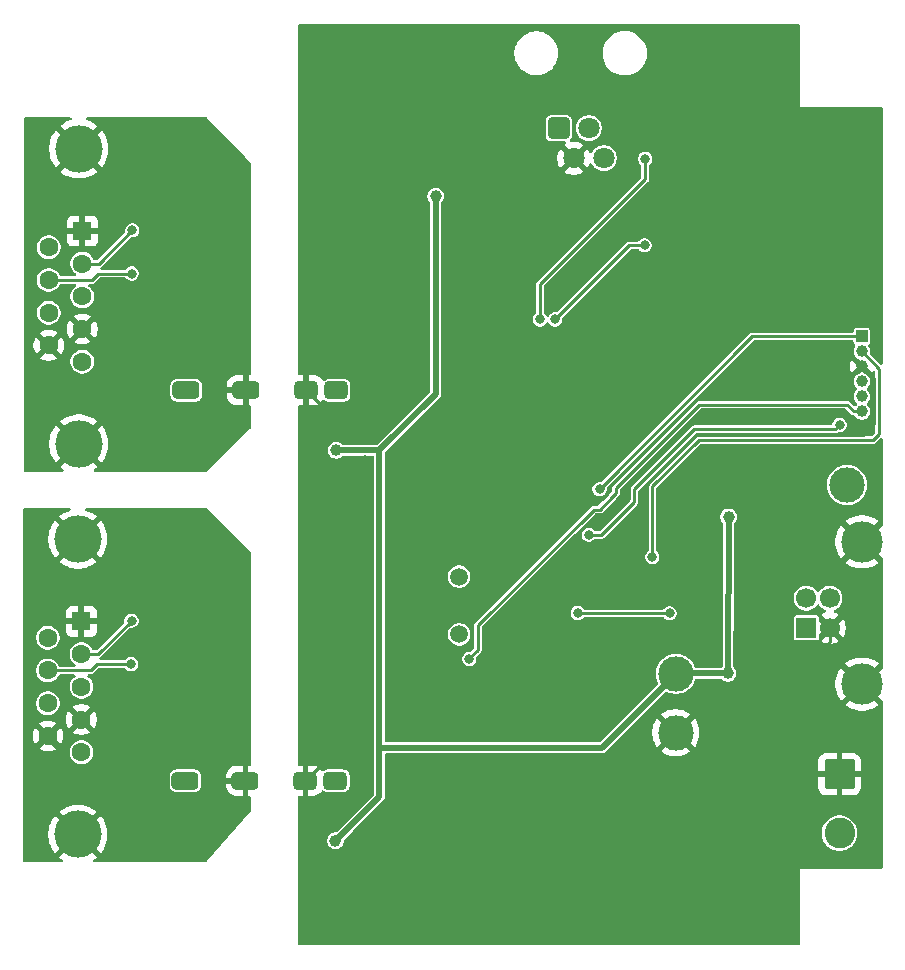
<source format=gbr>
%TF.GenerationSoftware,KiCad,Pcbnew,9.0.0*%
%TF.CreationDate,2025-04-04T18:35:25+03:00*%
%TF.ProjectId,encoder,656e636f-6465-4722-9e6b-696361645f70,rev?*%
%TF.SameCoordinates,Original*%
%TF.FileFunction,Copper,L2,Bot*%
%TF.FilePolarity,Positive*%
%FSLAX46Y46*%
G04 Gerber Fmt 4.6, Leading zero omitted, Abs format (unit mm)*
G04 Created by KiCad (PCBNEW 9.0.0) date 2025-04-04 18:35:25*
%MOMM*%
%LPD*%
G01*
G04 APERTURE LIST*
G04 Aperture macros list*
%AMRoundRect*
0 Rectangle with rounded corners*
0 $1 Rounding radius*
0 $2 $3 $4 $5 $6 $7 $8 $9 X,Y pos of 4 corners*
0 Add a 4 corners polygon primitive as box body*
4,1,4,$2,$3,$4,$5,$6,$7,$8,$9,$2,$3,0*
0 Add four circle primitives for the rounded corners*
1,1,$1+$1,$2,$3*
1,1,$1+$1,$4,$5*
1,1,$1+$1,$6,$7*
1,1,$1+$1,$8,$9*
0 Add four rect primitives between the rounded corners*
20,1,$1+$1,$2,$3,$4,$5,0*
20,1,$1+$1,$4,$5,$6,$7,0*
20,1,$1+$1,$6,$7,$8,$9,0*
20,1,$1+$1,$8,$9,$2,$3,0*%
G04 Aperture macros list end*
%TA.AperFunction,ComponentPad*%
%ADD10C,3.000000*%
%TD*%
%TA.AperFunction,ComponentPad*%
%ADD11R,1.000000X1.000000*%
%TD*%
%TA.AperFunction,ComponentPad*%
%ADD12C,1.000000*%
%TD*%
%TA.AperFunction,ComponentPad*%
%ADD13RoundRect,0.250000X-0.650000X-0.650000X0.650000X-0.650000X0.650000X0.650000X-0.650000X0.650000X0*%
%TD*%
%TA.AperFunction,ComponentPad*%
%ADD14C,1.800000*%
%TD*%
%TA.AperFunction,ComponentPad*%
%ADD15C,1.500000*%
%TD*%
%TA.AperFunction,ComponentPad*%
%ADD16RoundRect,0.381000X0.619000X0.381000X-0.619000X0.381000X-0.619000X-0.381000X0.619000X-0.381000X0*%
%TD*%
%TA.AperFunction,ComponentPad*%
%ADD17RoundRect,0.381000X0.762000X0.381000X-0.762000X0.381000X-0.762000X-0.381000X0.762000X-0.381000X0*%
%TD*%
%TA.AperFunction,ComponentPad*%
%ADD18C,4.000000*%
%TD*%
%TA.AperFunction,ComponentPad*%
%ADD19R,1.600000X1.600000*%
%TD*%
%TA.AperFunction,ComponentPad*%
%ADD20C,1.600000*%
%TD*%
%TA.AperFunction,ComponentPad*%
%ADD21RoundRect,0.250000X-1.050000X1.050000X-1.050000X-1.050000X1.050000X-1.050000X1.050000X1.050000X0*%
%TD*%
%TA.AperFunction,ComponentPad*%
%ADD22C,2.600000*%
%TD*%
%TA.AperFunction,ComponentPad*%
%ADD23R,1.700000X1.700000*%
%TD*%
%TA.AperFunction,ComponentPad*%
%ADD24C,1.700000*%
%TD*%
%TA.AperFunction,ComponentPad*%
%ADD25C,3.500000*%
%TD*%
%TA.AperFunction,ViaPad*%
%ADD26C,0.800000*%
%TD*%
%TA.AperFunction,ViaPad*%
%ADD27C,1.000000*%
%TD*%
%TA.AperFunction,Conductor*%
%ADD28C,0.250000*%
%TD*%
%TA.AperFunction,Conductor*%
%ADD29C,0.500000*%
%TD*%
G04 APERTURE END LIST*
D10*
%TO.P,TP2,1,1*%
%TO.N,GND*%
X129500000Y-111000000D03*
%TD*%
%TO.P,TP1,1,1*%
%TO.N,+5V*%
X129500000Y-106000000D03*
%TD*%
%TO.P,TP3,1,1*%
%TO.N,+3.3V*%
X144000000Y-90000000D03*
%TD*%
D11*
%TO.P,J3,1,Pin_1*%
%TO.N,/SWCLK*%
X145246400Y-77435400D03*
D12*
%TO.P,J3,2,Pin_2*%
%TO.N,/SWDIO*%
X145246400Y-78705400D03*
%TO.P,J3,3,Pin_3*%
%TO.N,GND*%
X145246400Y-79975400D03*
%TO.P,J3,4,Pin_4*%
%TO.N,Net-(J3-Pin_4)*%
X145246400Y-81245400D03*
%TO.P,J3,5,Pin_5*%
%TO.N,/boot*%
X145246400Y-82515400D03*
%TO.P,J3,6,Pin_6*%
%TO.N,/rst*%
X145246400Y-83785400D03*
%TD*%
D13*
%TO.P,J9,1*%
%TO.N,Net-(D7-A)*%
X119583600Y-59809000D03*
D14*
%TO.P,J9,2*%
%TO.N,GND*%
X120853600Y-62349000D03*
%TO.P,J9,3*%
%TO.N,/RS-232_1/Tx*%
X122123600Y-59809000D03*
%TO.P,J9,4*%
%TO.N,/RS-232_1/Rx*%
X123393600Y-62349000D03*
%TD*%
D15*
%TO.P,Y1,1,1*%
%TO.N,/OSCIN*%
X111157400Y-97780000D03*
%TO.P,Y1,2,2*%
%TO.N,/OSCOUT*%
X111157400Y-102660000D03*
%TD*%
D16*
%TO.P,Q3,1,Vin*%
%TO.N,/SSI_422_1/5Vloc6*%
X100750800Y-82000000D03*
%TO.P,Q3,2,GND*%
%TO.N,GND*%
X98210800Y-82000000D03*
D17*
%TO.P,Q3,4,0V*%
%TO.N,/SSI_422_1/gndi6*%
X93130800Y-82000000D03*
%TO.P,Q3,6,+Vo*%
%TO.N,/SSI_422_1/5viso6*%
X88050800Y-82000000D03*
%TD*%
D16*
%TO.P,Q2,1,Vin*%
%TO.N,/SSI_422_2/5Vloc6*%
X100679200Y-115058400D03*
%TO.P,Q2,2,GND*%
%TO.N,GND*%
X98139200Y-115058400D03*
D17*
%TO.P,Q2,4,0V*%
%TO.N,/SSI_422_2/gndi6*%
X93059200Y-115058400D03*
%TO.P,Q2,6,+Vo*%
%TO.N,/SSI_422_2/5viso6*%
X87979200Y-115058400D03*
%TD*%
D18*
%TO.P,J8,0,PAD*%
%TO.N,/SSI_422_2/gndi6*%
X78870900Y-119604300D03*
X78870900Y-94604300D03*
D19*
%TO.P,J8,1,1*%
X79170900Y-101564300D03*
D20*
%TO.P,J8,2,2*%
%TO.N,/SSI_422_2/Y422*%
X79170900Y-104334300D03*
%TO.P,J8,3,3*%
%TO.N,/SSI_422_2/Z422*%
X79170900Y-107104300D03*
%TO.P,J8,4,4*%
%TO.N,/SSI_422_2/gndi6*%
X79170900Y-109874300D03*
%TO.P,J8,5,5*%
%TO.N,/SSI_422_2/5viso6*%
X79170900Y-112644300D03*
%TO.P,J8,6,6*%
%TO.N,/SSI_422_2/A422*%
X76330900Y-102949300D03*
%TO.P,J8,7,7*%
%TO.N,/SSI_422_2/B422*%
X76330900Y-105719300D03*
%TO.P,J8,8,8*%
%TO.N,unconnected-(J8-Pad8)*%
X76330900Y-108489300D03*
%TO.P,J8,9,9*%
%TO.N,/SSI_422_2/gndi6*%
X76330900Y-111259300D03*
%TD*%
D21*
%TO.P,J1,1,Pin_1*%
%TO.N,GND*%
X143357600Y-114500000D03*
D22*
%TO.P,J1,2,Pin_2*%
%TO.N,Net-(D2-A)*%
X143357600Y-119500000D03*
%TD*%
D18*
%TO.P,J10,0,PAD*%
%TO.N,/SSI_422_1/gndi6*%
X78942500Y-86545900D03*
X78942500Y-61545900D03*
D19*
%TO.P,J10,1,1*%
X79242500Y-68505900D03*
D20*
%TO.P,J10,2,2*%
%TO.N,/SSI_422_1/Y422*%
X79242500Y-71275900D03*
%TO.P,J10,3,3*%
%TO.N,/SSI_422_1/Z422*%
X79242500Y-74045900D03*
%TO.P,J10,4,4*%
%TO.N,/SSI_422_1/gndi6*%
X79242500Y-76815900D03*
%TO.P,J10,5,5*%
%TO.N,/SSI_422_1/5viso6*%
X79242500Y-79585900D03*
%TO.P,J10,6,6*%
%TO.N,/SSI_422_1/A422*%
X76402500Y-69890900D03*
%TO.P,J10,7,7*%
%TO.N,/SSI_422_1/B422*%
X76402500Y-72660900D03*
%TO.P,J10,8,8*%
%TO.N,unconnected-(J10-Pad8)*%
X76402500Y-75430900D03*
%TO.P,J10,9,9*%
%TO.N,/SSI_422_1/gndi6*%
X76402500Y-78200900D03*
%TD*%
D23*
%TO.P,J2,1,VBUS*%
%TO.N,/VB*%
X140544800Y-102108000D03*
D24*
%TO.P,J2,2,D-*%
%TO.N,Net-(J2-D-)*%
X140544800Y-99608000D03*
%TO.P,J2,3,D+*%
%TO.N,Net-(J2-D+)*%
X142544800Y-99608000D03*
%TO.P,J2,4,GND*%
%TO.N,GND*%
X142544800Y-102108000D03*
D25*
%TO.P,J2,5,Shield*%
X145254800Y-94838000D03*
X145254800Y-106878000D03*
%TD*%
D26*
%TO.N,GND*%
X120540000Y-76098400D03*
X112369600Y-69088000D03*
X121310400Y-72796400D03*
X122834400Y-70967600D03*
X122834400Y-73812400D03*
X114655600Y-58674000D03*
X114604800Y-60909200D03*
X108102400Y-69138800D03*
X110236000Y-69138800D03*
X106832400Y-82854800D03*
X106832400Y-86106000D03*
X103124000Y-98650000D03*
X103174800Y-86055200D03*
X103174800Y-87921200D03*
X132892800Y-109372400D03*
X134874000Y-109372400D03*
X132892800Y-96723200D03*
X134874000Y-96723200D03*
X132943600Y-103174800D03*
X134924800Y-103174800D03*
X139500000Y-104000000D03*
%TO.N,/boot*%
X143357600Y-84937600D03*
%TO.N,GND*%
X103428800Y-113284000D03*
X105308400Y-113233200D03*
X103378000Y-111353600D03*
X105308400Y-111353600D03*
X109067600Y-102311200D03*
X128066800Y-102971600D03*
X118516400Y-78384400D03*
X113741200Y-102997000D03*
X118710606Y-107745046D03*
X117683263Y-106720363D03*
X116535200Y-105816400D03*
X114096800Y-77927200D03*
X126593600Y-94435000D03*
X126440621Y-103008200D03*
D27*
%TO.N,+5V*%
X100750800Y-87080000D03*
X133908800Y-105968800D03*
X133959600Y-92710000D03*
X100679200Y-120138400D03*
X109169600Y-65553800D03*
D26*
%TO.N,+3.3V*%
X121183400Y-100863400D03*
X128981200Y-100888800D03*
%TO.N,/boot*%
X122123200Y-94234000D03*
%TO.N,/rst*%
X112014000Y-104749600D03*
%TO.N,/SSI_422_2/gndi6*%
X81487700Y-106125100D03*
%TO.N,/SSI_422_1/gndi6*%
X81559300Y-73066700D03*
%TO.N,/SSI_422_2/B422*%
X83362700Y-105175100D03*
%TO.N,/SSI_422_2/Y422*%
X83413500Y-101517500D03*
%TO.N,/RS-232_1/Tx*%
X119270000Y-76000000D03*
X126848000Y-69728200D03*
%TO.N,/RS-232_1/Rx*%
X126898800Y-62399800D03*
X118000000Y-76000000D03*
%TO.N,/SSI_422_1/B422*%
X83434300Y-72116700D03*
%TO.N,/SSI_422_1/Y422*%
X83485100Y-68459100D03*
%TO.N,/SWDIO*%
X127508000Y-96113600D03*
%TO.N,/SWCLK*%
X123037600Y-90373200D03*
%TD*%
D28*
%TO.N,GND*%
X112369600Y-69088000D02*
X110286800Y-69088000D01*
X110286800Y-69088000D02*
X110236000Y-69138800D01*
X114655600Y-58674000D02*
X114655600Y-60858400D01*
X114655600Y-60858400D02*
X114604800Y-60909200D01*
X98210800Y-79386000D02*
X98210800Y-82000000D01*
X108102400Y-69138800D02*
X108102400Y-69494400D01*
X108102400Y-69494400D02*
X98210800Y-79386000D01*
X114096800Y-72999600D02*
X110236000Y-69138800D01*
X114096800Y-77927200D02*
X114096800Y-72999600D01*
X114096800Y-77927200D02*
X114096800Y-78841600D01*
X114096800Y-78841600D02*
X106832400Y-86106000D01*
X106832400Y-82854800D02*
X103632000Y-86055200D01*
X103632000Y-86055200D02*
X103174800Y-86055200D01*
X103174800Y-87921200D02*
X103174800Y-98599200D01*
X103174800Y-98599200D02*
X103124000Y-98650000D01*
X98210800Y-82000000D02*
X102266000Y-86055200D01*
X102266000Y-86055200D02*
X103174800Y-86055200D01*
X134874000Y-109372400D02*
X132892800Y-109372400D01*
X139500000Y-104000000D02*
X135750000Y-104000000D01*
X135750000Y-104000000D02*
X134924800Y-103174800D01*
X132943600Y-103174800D02*
X128270000Y-103174800D01*
X128270000Y-103174800D02*
X128066800Y-102971600D01*
X141854881Y-104000000D02*
X139500000Y-104000000D01*
X142544800Y-103310081D02*
X141854881Y-104000000D01*
X142544800Y-102108000D02*
X142544800Y-103310081D01*
%TO.N,/SWDIO*%
X145246400Y-78705400D02*
X146704200Y-80163200D01*
X146704200Y-80163200D02*
X146704200Y-85699600D01*
X146704200Y-85699600D02*
X146202400Y-86201400D01*
X127508000Y-90124820D02*
X127508000Y-96113600D01*
X146202400Y-86201400D02*
X131431420Y-86201400D01*
X131431420Y-86201400D02*
X127508000Y-90124820D01*
%TO.N,GND*%
X116535200Y-102997000D02*
X119278400Y-102997000D01*
X143901600Y-84211600D02*
X131112630Y-84211600D01*
X145719800Y-85369400D02*
X144998600Y-85369400D01*
X124888410Y-90887400D02*
X123065810Y-92710000D01*
X144998600Y-85369400D02*
X144998600Y-85308600D01*
X144998600Y-85308600D02*
X143901600Y-84211600D01*
X131112630Y-84211600D02*
X124888410Y-90435820D01*
X124888410Y-90435820D02*
X124888410Y-90887400D01*
X123065810Y-92710000D02*
X122620480Y-92710000D01*
X122620480Y-92710000D02*
X119278400Y-96052080D01*
X119278400Y-96052080D02*
X119278400Y-102997000D01*
%TO.N,/boot*%
X122123200Y-94234000D02*
X123190000Y-94234000D01*
X123190000Y-94234000D02*
X125984000Y-91440000D01*
X125984000Y-91440000D02*
X125984000Y-90373200D01*
X125984000Y-90373200D02*
X131064000Y-85293200D01*
X131064000Y-85293200D02*
X143002000Y-85293200D01*
X143002000Y-85293200D02*
X143357600Y-84937600D01*
%TO.N,/rst*%
X123037600Y-92100400D02*
X124129800Y-91008200D01*
X124437410Y-90700590D02*
X124437410Y-90249010D01*
X131476020Y-83210400D02*
X131927600Y-83210400D01*
X124129800Y-91008200D02*
X124437410Y-90700590D01*
X124437410Y-90249010D02*
X131476020Y-83210400D01*
X145246400Y-83785400D02*
X144542200Y-83785400D01*
X144542200Y-83785400D02*
X143967200Y-83210400D01*
X143967200Y-83210400D02*
X131927600Y-83210400D01*
%TO.N,GND*%
X145719800Y-85369400D02*
X145338800Y-85750400D01*
%TO.N,/rst*%
X112014000Y-104749600D02*
X112014000Y-104698800D01*
X112014000Y-104698800D02*
X112725200Y-103987600D01*
X112725200Y-103987600D02*
X112725200Y-101904800D01*
X112725200Y-101904800D02*
X122529600Y-92100400D01*
X122529600Y-92100400D02*
X123037600Y-92100400D01*
%TO.N,GND*%
X123277495Y-91222695D02*
X120156105Y-91222695D01*
X120156105Y-91222695D02*
X109067600Y-102311200D01*
X145246400Y-79975400D02*
X146253200Y-80982200D01*
X146253200Y-84836000D02*
X145719800Y-85369400D01*
X146253200Y-80982200D02*
X146253200Y-84836000D01*
X145338800Y-85750400D02*
X131244610Y-85750400D01*
X131244610Y-85750400D02*
X126593600Y-90401410D01*
X126593600Y-90401410D02*
X126593600Y-94435000D01*
X103428800Y-111404400D02*
X103378000Y-111353600D01*
X103428800Y-113284000D02*
X103428800Y-111404400D01*
X105308400Y-113233200D02*
X105308400Y-113639600D01*
X126860400Y-113639600D02*
X129500000Y-111000000D01*
X105308400Y-113639600D02*
X126860400Y-113639600D01*
X118710606Y-107745046D02*
X108916954Y-107745046D01*
X101844000Y-111353600D02*
X98139200Y-115058400D01*
X108916954Y-107745046D02*
X105308400Y-111353600D01*
X103378000Y-111353600D02*
X101844000Y-111353600D01*
X109067600Y-102311200D02*
X109067600Y-102808480D01*
X109067600Y-102808480D02*
X110998000Y-104738880D01*
X128030200Y-103008200D02*
X128066800Y-102971600D01*
X126440621Y-103008200D02*
X128030200Y-103008200D01*
X143157400Y-77886400D02*
X136162210Y-77886400D01*
X110998000Y-104738880D02*
X110998000Y-105359200D01*
X117685923Y-106720363D02*
X118710606Y-107745046D01*
X116535200Y-102997000D02*
X116535200Y-105816400D01*
X123788305Y-90711885D02*
X123277495Y-91222695D01*
X123788305Y-90260305D02*
X123788305Y-90711885D01*
X113741200Y-102997000D02*
X116535200Y-102997000D01*
X116535200Y-105816400D02*
X116779300Y-105816400D01*
X119278400Y-102997000D02*
X126531200Y-102997000D01*
X116779300Y-105816400D02*
X117683263Y-106720363D01*
X136162210Y-77886400D02*
X123788305Y-90260305D01*
X118059200Y-77927200D02*
X118516400Y-78384400D01*
X110998000Y-105359200D02*
X111455200Y-105816400D01*
X117683263Y-106720363D02*
X117685923Y-106720363D01*
X114096800Y-77927200D02*
X118059200Y-77927200D01*
X111455200Y-105816400D02*
X116535200Y-105816400D01*
X145246400Y-79975400D02*
X143157400Y-77886400D01*
D29*
%TO.N,+5V*%
X129531200Y-105968800D02*
X129500000Y-106000000D01*
X109169600Y-82295600D02*
X104394000Y-87071200D01*
X104394000Y-112268000D02*
X104394000Y-116423600D01*
X104394000Y-87071200D02*
X100759600Y-87071200D01*
X133908800Y-105968800D02*
X129531200Y-105968800D01*
X129500000Y-106000000D02*
X123232000Y-112268000D01*
X104394000Y-112268000D02*
X104394000Y-87071200D01*
X109169600Y-65553800D02*
X109169600Y-82295600D01*
X104394000Y-116423600D02*
X100679200Y-120138400D01*
X123232000Y-112268000D02*
X104394000Y-112268000D01*
X100759600Y-87071200D02*
X100750800Y-87080000D01*
X133908800Y-105968800D02*
X133959600Y-92710000D01*
D28*
%TO.N,+3.3V*%
X128981200Y-100888800D02*
X121208800Y-100888800D01*
X121208800Y-100888800D02*
X121183400Y-100863400D01*
%TO.N,/SSI_422_2/gndi6*%
X81487700Y-107557500D02*
X81487700Y-106125100D01*
X79170900Y-109874300D02*
X81487700Y-107557500D01*
%TO.N,/SSI_422_1/gndi6*%
X81559300Y-74499100D02*
X81559300Y-73066700D01*
X79242500Y-76815900D02*
X81559300Y-74499100D01*
%TO.N,/SSI_422_2/B422*%
X76330900Y-105719300D02*
X79952800Y-105719300D01*
X83362700Y-105175100D02*
X80497000Y-105175100D01*
X80497000Y-105175100D02*
X79952800Y-105719300D01*
%TO.N,/SSI_422_2/Y422*%
X80596700Y-104334300D02*
X83413500Y-101517500D01*
X79170900Y-104334300D02*
X80596700Y-104334300D01*
%TO.N,/RS-232_1/Tx*%
X126848000Y-69728200D02*
X125541800Y-69728200D01*
X125541800Y-69728200D02*
X119270000Y-76000000D01*
%TO.N,/RS-232_1/Rx*%
X126898800Y-64127000D02*
X118000000Y-73025800D01*
X118000000Y-73025800D02*
X118000000Y-76000000D01*
X126898800Y-62399800D02*
X126898800Y-64127000D01*
%TO.N,/SSI_422_1/B422*%
X80568600Y-72116700D02*
X80024400Y-72660900D01*
X83434300Y-72116700D02*
X80568600Y-72116700D01*
X76402500Y-72660900D02*
X80024400Y-72660900D01*
%TO.N,/SSI_422_1/Y422*%
X80668300Y-71275900D02*
X83485100Y-68459100D01*
X79242500Y-71275900D02*
X80668300Y-71275900D01*
%TO.N,/SWCLK*%
X123037600Y-90373200D02*
X135975400Y-77435400D01*
X135975400Y-77435400D02*
X145246400Y-77435400D01*
%TD*%
%TA.AperFunction,Conductor*%
%TO.N,/SSI_422_1/gndi6*%
G36*
X89764838Y-58900715D02*
G01*
X89786684Y-58918529D01*
X91167609Y-60334699D01*
X93024593Y-62239078D01*
X93487579Y-62713880D01*
X93520289Y-62775621D01*
X93522800Y-62800450D01*
X93522800Y-80614000D01*
X93503115Y-80681039D01*
X93450311Y-80726794D01*
X93398800Y-80738000D01*
X93380800Y-80738000D01*
X93380800Y-81833011D01*
X93370860Y-81815795D01*
X93315005Y-81759940D01*
X93246596Y-81720444D01*
X93170296Y-81700000D01*
X93091304Y-81700000D01*
X93015004Y-81720444D01*
X92946595Y-81759940D01*
X92890740Y-81815795D01*
X92851244Y-81884204D01*
X92830800Y-81960504D01*
X92830800Y-82039496D01*
X92851244Y-82115796D01*
X92890740Y-82184205D01*
X92946595Y-82240060D01*
X93015004Y-82279556D01*
X93091304Y-82300000D01*
X93170296Y-82300000D01*
X93246596Y-82279556D01*
X93315005Y-82240060D01*
X93370860Y-82184205D01*
X93380800Y-82166988D01*
X93380800Y-83261999D01*
X93398800Y-83261999D01*
X93465839Y-83281684D01*
X93511594Y-83334488D01*
X93522800Y-83385999D01*
X93522800Y-85197399D01*
X93503115Y-85264438D01*
X93484980Y-85286556D01*
X89786047Y-88861957D01*
X89724164Y-88894396D01*
X89699867Y-88896800D01*
X80330443Y-88896800D01*
X80263404Y-88877115D01*
X80217649Y-88824311D01*
X80207705Y-88755153D01*
X80236730Y-88691597D01*
X80264471Y-88667806D01*
X80391456Y-88588016D01*
X80524757Y-88481710D01*
X79883198Y-87840151D01*
X79984830Y-87766312D01*
X80162912Y-87588230D01*
X80236751Y-87486598D01*
X80878310Y-88128157D01*
X80984616Y-87994856D01*
X81134007Y-87757100D01*
X81255837Y-87504117D01*
X81348577Y-87239080D01*
X81348578Y-87239078D01*
X81411060Y-86965324D01*
X81411062Y-86965312D01*
X81442499Y-86686301D01*
X81442500Y-86686299D01*
X81442500Y-86405500D01*
X81442499Y-86405498D01*
X81411062Y-86126487D01*
X81411060Y-86126475D01*
X81348578Y-85852721D01*
X81348577Y-85852719D01*
X81255837Y-85587682D01*
X81134007Y-85334699D01*
X80984615Y-85096943D01*
X80878310Y-84963641D01*
X80236751Y-85605200D01*
X80162912Y-85503570D01*
X79984830Y-85325488D01*
X79883197Y-85251647D01*
X80524757Y-84610087D01*
X80391456Y-84503784D01*
X80153700Y-84354392D01*
X79900717Y-84232562D01*
X79635680Y-84139822D01*
X79635678Y-84139821D01*
X79361924Y-84077339D01*
X79361912Y-84077337D01*
X79082901Y-84045900D01*
X78802098Y-84045900D01*
X78523087Y-84077337D01*
X78523075Y-84077339D01*
X78249321Y-84139821D01*
X78249319Y-84139822D01*
X77984282Y-84232562D01*
X77731299Y-84354392D01*
X77493543Y-84503784D01*
X77360241Y-84610087D01*
X78001801Y-85251647D01*
X77900170Y-85325488D01*
X77722088Y-85503570D01*
X77648247Y-85605201D01*
X77006687Y-84963641D01*
X76900384Y-85096943D01*
X76750992Y-85334699D01*
X76629162Y-85587682D01*
X76536422Y-85852719D01*
X76536421Y-85852721D01*
X76473939Y-86126475D01*
X76473937Y-86126487D01*
X76442500Y-86405498D01*
X76442500Y-86686301D01*
X76473937Y-86965312D01*
X76473939Y-86965324D01*
X76536421Y-87239078D01*
X76536422Y-87239080D01*
X76629162Y-87504117D01*
X76750992Y-87757100D01*
X76900384Y-87994856D01*
X77006687Y-88128157D01*
X77648247Y-87486597D01*
X77722088Y-87588230D01*
X77900170Y-87766312D01*
X78001800Y-87840151D01*
X77360241Y-88481710D01*
X77360241Y-88481711D01*
X77493543Y-88588015D01*
X77620529Y-88667806D01*
X77666820Y-88720141D01*
X77677468Y-88789194D01*
X77649093Y-88853042D01*
X77590704Y-88891415D01*
X77554557Y-88896800D01*
X74422800Y-88896800D01*
X74355761Y-88877115D01*
X74310006Y-88824311D01*
X74298800Y-88772800D01*
X74298800Y-81580876D01*
X86707300Y-81580876D01*
X86707300Y-82419123D01*
X86722267Y-82532801D01*
X86722267Y-82532802D01*
X86780860Y-82674258D01*
X86780861Y-82674259D01*
X86874069Y-82795731D01*
X86995541Y-82888939D01*
X87136998Y-82947533D01*
X87250684Y-82962500D01*
X87250691Y-82962500D01*
X88850909Y-82962500D01*
X88850916Y-82962500D01*
X88964602Y-82947533D01*
X89106059Y-82888939D01*
X89227531Y-82795731D01*
X89320739Y-82674259D01*
X89379333Y-82532802D01*
X89389232Y-82457609D01*
X91487801Y-82457609D01*
X91490717Y-82500632D01*
X91490717Y-82500634D01*
X91536965Y-82686602D01*
X91622107Y-82858275D01*
X91742165Y-83007633D01*
X91742166Y-83007634D01*
X91891525Y-83127692D01*
X91891524Y-83127692D01*
X92063197Y-83212834D01*
X92249161Y-83259081D01*
X92249157Y-83259081D01*
X92292195Y-83261999D01*
X92880799Y-83261999D01*
X92880800Y-83261998D01*
X92880800Y-82250000D01*
X91487801Y-82250000D01*
X91487801Y-82457609D01*
X89389232Y-82457609D01*
X89394300Y-82419116D01*
X89394300Y-81580884D01*
X89389233Y-81542395D01*
X91487800Y-81542395D01*
X91487800Y-81750000D01*
X92880800Y-81750000D01*
X92880800Y-80738000D01*
X92292194Y-80738000D01*
X92292190Y-80738001D01*
X92249167Y-80740917D01*
X92249165Y-80740917D01*
X92063197Y-80787165D01*
X91891524Y-80872307D01*
X91742166Y-80992365D01*
X91742165Y-80992366D01*
X91622107Y-81141724D01*
X91536965Y-81313397D01*
X91490718Y-81499359D01*
X91487800Y-81542395D01*
X89389233Y-81542395D01*
X89379333Y-81467198D01*
X89320739Y-81325741D01*
X89227531Y-81204269D01*
X89106059Y-81111061D01*
X89106058Y-81111060D01*
X89023195Y-81076737D01*
X88964602Y-81052467D01*
X88950391Y-81050596D01*
X88850923Y-81037500D01*
X88850916Y-81037500D01*
X87250684Y-81037500D01*
X87250676Y-81037500D01*
X87136998Y-81052467D01*
X87136997Y-81052467D01*
X86995541Y-81111060D01*
X86874069Y-81204269D01*
X86780860Y-81325741D01*
X86722267Y-81467197D01*
X86722267Y-81467198D01*
X86707300Y-81580876D01*
X74298800Y-81580876D01*
X74298800Y-79684443D01*
X78241999Y-79684443D01*
X78280447Y-79877729D01*
X78280450Y-79877739D01*
X78355864Y-80059807D01*
X78355871Y-80059820D01*
X78465360Y-80223681D01*
X78465363Y-80223685D01*
X78604714Y-80363036D01*
X78604718Y-80363039D01*
X78768579Y-80472528D01*
X78768592Y-80472535D01*
X78950660Y-80547949D01*
X78950665Y-80547951D01*
X78950669Y-80547951D01*
X78950670Y-80547952D01*
X79143956Y-80586400D01*
X79143959Y-80586400D01*
X79341043Y-80586400D01*
X79471082Y-80560532D01*
X79534335Y-80547951D01*
X79716414Y-80472532D01*
X79880282Y-80363039D01*
X80019639Y-80223682D01*
X80129132Y-80059814D01*
X80204551Y-79877735D01*
X80243000Y-79684441D01*
X80243000Y-79487359D01*
X80243000Y-79487356D01*
X80204552Y-79294070D01*
X80204551Y-79294069D01*
X80204551Y-79294065D01*
X80198880Y-79280374D01*
X80129135Y-79111992D01*
X80129128Y-79111979D01*
X80019639Y-78948118D01*
X80019636Y-78948114D01*
X79880285Y-78808763D01*
X79880281Y-78808760D01*
X79716420Y-78699271D01*
X79716407Y-78699264D01*
X79534339Y-78623850D01*
X79534329Y-78623847D01*
X79341043Y-78585400D01*
X79341041Y-78585400D01*
X79143959Y-78585400D01*
X79143957Y-78585400D01*
X78950670Y-78623847D01*
X78950660Y-78623850D01*
X78768592Y-78699264D01*
X78768579Y-78699271D01*
X78604718Y-78808760D01*
X78604714Y-78808763D01*
X78465363Y-78948114D01*
X78465360Y-78948118D01*
X78355871Y-79111979D01*
X78355864Y-79111992D01*
X78280450Y-79294060D01*
X78280447Y-79294070D01*
X78242000Y-79487356D01*
X78242000Y-79487359D01*
X78242000Y-79684441D01*
X78242000Y-79684443D01*
X78241999Y-79684443D01*
X74298800Y-79684443D01*
X74298800Y-78098582D01*
X75102500Y-78098582D01*
X75102500Y-78303217D01*
X75134509Y-78505317D01*
X75197744Y-78699931D01*
X75290641Y-78882250D01*
X75290647Y-78882259D01*
X75323023Y-78926821D01*
X75323024Y-78926822D01*
X75919537Y-78330308D01*
X75936575Y-78393893D01*
X76002401Y-78507907D01*
X76095493Y-78600999D01*
X76209507Y-78666825D01*
X76273090Y-78683862D01*
X75676576Y-79280374D01*
X75721150Y-79312759D01*
X75903468Y-79405655D01*
X76098082Y-79468890D01*
X76300183Y-79500900D01*
X76504817Y-79500900D01*
X76706917Y-79468890D01*
X76901534Y-79405654D01*
X76969972Y-79370783D01*
X76969974Y-79370782D01*
X77083849Y-79312759D01*
X77128421Y-79280374D01*
X76531909Y-78683862D01*
X76595493Y-78666825D01*
X76709507Y-78600999D01*
X76802599Y-78507907D01*
X76868425Y-78393893D01*
X76885462Y-78330309D01*
X77481974Y-78926821D01*
X77514359Y-78882249D01*
X77607255Y-78699931D01*
X77670490Y-78505317D01*
X77702500Y-78303217D01*
X77702500Y-78098582D01*
X77670490Y-77896484D01*
X77667225Y-77886435D01*
X77667224Y-77886433D01*
X77607255Y-77701868D01*
X77514359Y-77519550D01*
X77481974Y-77474977D01*
X77481974Y-77474976D01*
X76885462Y-78071489D01*
X76868425Y-78007907D01*
X76802599Y-77893893D01*
X76709507Y-77800801D01*
X76595493Y-77734975D01*
X76531908Y-77717937D01*
X77128422Y-77121424D01*
X77128421Y-77121423D01*
X77083859Y-77089047D01*
X77083850Y-77089041D01*
X76901531Y-76996144D01*
X76706917Y-76932909D01*
X76504817Y-76900900D01*
X76300183Y-76900900D01*
X76098082Y-76932909D01*
X75903468Y-76996144D01*
X75721144Y-77089043D01*
X75676577Y-77121423D01*
X75676577Y-77121424D01*
X76273091Y-77717937D01*
X76209507Y-77734975D01*
X76095493Y-77800801D01*
X76002401Y-77893893D01*
X75936575Y-78007907D01*
X75919537Y-78071490D01*
X75323024Y-77474977D01*
X75323023Y-77474977D01*
X75290643Y-77519544D01*
X75197744Y-77701868D01*
X75134509Y-77896482D01*
X75102500Y-78098582D01*
X74298800Y-78098582D01*
X74298800Y-76713582D01*
X77942500Y-76713582D01*
X77942500Y-76918217D01*
X77974509Y-77120317D01*
X78037744Y-77314931D01*
X78130641Y-77497250D01*
X78130647Y-77497259D01*
X78163023Y-77541821D01*
X78163024Y-77541822D01*
X78759537Y-76945309D01*
X78776575Y-77008893D01*
X78842401Y-77122907D01*
X78935493Y-77215999D01*
X79049507Y-77281825D01*
X79113090Y-77298862D01*
X78516576Y-77895374D01*
X78561150Y-77927759D01*
X78743468Y-78020655D01*
X78938082Y-78083890D01*
X79140183Y-78115900D01*
X79344817Y-78115900D01*
X79546917Y-78083890D01*
X79741531Y-78020655D01*
X79923849Y-77927759D01*
X79968421Y-77895374D01*
X79371909Y-77298862D01*
X79435493Y-77281825D01*
X79549507Y-77215999D01*
X79642599Y-77122907D01*
X79708425Y-77008893D01*
X79725462Y-76945309D01*
X80321974Y-77541821D01*
X80354359Y-77497249D01*
X80447255Y-77314931D01*
X80510490Y-77120317D01*
X80542500Y-76918217D01*
X80542500Y-76713582D01*
X80510490Y-76511482D01*
X80447255Y-76316868D01*
X80354359Y-76134550D01*
X80321974Y-76089977D01*
X80321974Y-76089976D01*
X79725462Y-76686489D01*
X79708425Y-76622907D01*
X79642599Y-76508893D01*
X79549507Y-76415801D01*
X79435493Y-76349975D01*
X79371908Y-76332937D01*
X79968422Y-75736424D01*
X79968421Y-75736423D01*
X79923859Y-75704047D01*
X79923850Y-75704041D01*
X79741531Y-75611144D01*
X79546917Y-75547909D01*
X79344817Y-75515900D01*
X79140183Y-75515900D01*
X78938082Y-75547909D01*
X78743468Y-75611144D01*
X78561144Y-75704043D01*
X78516577Y-75736423D01*
X78516577Y-75736424D01*
X79113091Y-76332937D01*
X79049507Y-76349975D01*
X78935493Y-76415801D01*
X78842401Y-76508893D01*
X78776575Y-76622907D01*
X78759537Y-76686490D01*
X78163024Y-76089977D01*
X78163023Y-76089977D01*
X78130643Y-76134544D01*
X78037744Y-76316868D01*
X77974509Y-76511482D01*
X77942500Y-76713582D01*
X74298800Y-76713582D01*
X74298800Y-75529443D01*
X75401999Y-75529443D01*
X75440447Y-75722729D01*
X75440450Y-75722739D01*
X75515864Y-75904807D01*
X75515871Y-75904820D01*
X75625360Y-76068681D01*
X75625363Y-76068685D01*
X75764714Y-76208036D01*
X75764718Y-76208039D01*
X75928579Y-76317528D01*
X75928592Y-76317535D01*
X76110660Y-76392949D01*
X76110665Y-76392951D01*
X76110669Y-76392951D01*
X76110670Y-76392952D01*
X76303956Y-76431400D01*
X76303959Y-76431400D01*
X76501043Y-76431400D01*
X76631082Y-76405532D01*
X76694335Y-76392951D01*
X76876414Y-76317532D01*
X77040282Y-76208039D01*
X77179639Y-76068682D01*
X77289132Y-75904814D01*
X77364551Y-75722735D01*
X77386748Y-75611144D01*
X77403000Y-75529443D01*
X77403000Y-75332356D01*
X77364552Y-75139070D01*
X77364551Y-75139069D01*
X77364551Y-75139065D01*
X77310243Y-75007952D01*
X77289135Y-74956992D01*
X77289128Y-74956979D01*
X77179639Y-74793118D01*
X77179636Y-74793114D01*
X77040285Y-74653763D01*
X77040281Y-74653760D01*
X76876420Y-74544271D01*
X76876407Y-74544264D01*
X76694339Y-74468850D01*
X76694329Y-74468847D01*
X76501043Y-74430400D01*
X76501041Y-74430400D01*
X76303959Y-74430400D01*
X76303957Y-74430400D01*
X76110670Y-74468847D01*
X76110660Y-74468850D01*
X75928592Y-74544264D01*
X75928579Y-74544271D01*
X75764718Y-74653760D01*
X75764714Y-74653763D01*
X75625363Y-74793114D01*
X75625360Y-74793118D01*
X75515871Y-74956979D01*
X75515864Y-74956992D01*
X75440450Y-75139060D01*
X75440447Y-75139070D01*
X75402000Y-75332356D01*
X75402000Y-75332359D01*
X75402000Y-75529441D01*
X75402000Y-75529443D01*
X75401999Y-75529443D01*
X74298800Y-75529443D01*
X74298800Y-72759443D01*
X75401999Y-72759443D01*
X75440447Y-72952729D01*
X75440450Y-72952739D01*
X75515864Y-73134807D01*
X75515871Y-73134820D01*
X75625360Y-73298681D01*
X75625363Y-73298685D01*
X75764714Y-73438036D01*
X75764718Y-73438039D01*
X75928579Y-73547528D01*
X75928592Y-73547535D01*
X76110660Y-73622949D01*
X76110665Y-73622951D01*
X76110669Y-73622951D01*
X76110670Y-73622952D01*
X76303956Y-73661400D01*
X76303959Y-73661400D01*
X76501043Y-73661400D01*
X76631082Y-73635532D01*
X76694335Y-73622951D01*
X76876414Y-73547532D01*
X77040282Y-73438039D01*
X77179639Y-73298682D01*
X77289132Y-73134814D01*
X77307461Y-73090565D01*
X77318900Y-73062948D01*
X77362740Y-73008544D01*
X77429034Y-72986479D01*
X77433461Y-72986400D01*
X78618527Y-72986400D01*
X78685566Y-73006085D01*
X78731321Y-73058889D01*
X78741265Y-73128047D01*
X78712240Y-73191603D01*
X78687418Y-73213502D01*
X78604718Y-73268760D01*
X78604714Y-73268763D01*
X78465363Y-73408114D01*
X78465360Y-73408118D01*
X78355871Y-73571979D01*
X78355864Y-73571992D01*
X78280450Y-73754060D01*
X78280447Y-73754070D01*
X78242000Y-73947356D01*
X78242000Y-73947359D01*
X78242000Y-74144441D01*
X78242000Y-74144443D01*
X78241999Y-74144443D01*
X78280447Y-74337729D01*
X78280450Y-74337739D01*
X78355864Y-74519807D01*
X78355871Y-74519820D01*
X78465360Y-74683681D01*
X78465363Y-74683685D01*
X78604714Y-74823036D01*
X78604718Y-74823039D01*
X78768579Y-74932528D01*
X78768592Y-74932535D01*
X78950660Y-75007949D01*
X78950665Y-75007951D01*
X78950669Y-75007951D01*
X78950670Y-75007952D01*
X79143956Y-75046400D01*
X79143959Y-75046400D01*
X79341043Y-75046400D01*
X79471082Y-75020532D01*
X79534335Y-75007951D01*
X79716414Y-74932532D01*
X79880282Y-74823039D01*
X80019639Y-74683682D01*
X80129132Y-74519814D01*
X80204551Y-74337735D01*
X80243000Y-74144441D01*
X80243000Y-73947359D01*
X80243000Y-73947356D01*
X80204552Y-73754070D01*
X80204551Y-73754069D01*
X80204551Y-73754065D01*
X80150243Y-73622952D01*
X80129135Y-73571992D01*
X80129128Y-73571979D01*
X80019639Y-73408118D01*
X80019636Y-73408114D01*
X79880285Y-73268763D01*
X79880281Y-73268760D01*
X79797582Y-73213502D01*
X79752777Y-73159890D01*
X79744070Y-73090565D01*
X79774225Y-73027537D01*
X79833668Y-72990818D01*
X79866473Y-72986400D01*
X80067251Y-72986400D01*
X80067253Y-72986400D01*
X80150039Y-72964218D01*
X80224262Y-72921365D01*
X80667108Y-72478519D01*
X80728431Y-72445034D01*
X80754789Y-72442200D01*
X82859470Y-72442200D01*
X82926509Y-72461885D01*
X82946979Y-72480722D01*
X82948033Y-72479669D01*
X82953780Y-72485416D01*
X83065584Y-72597220D01*
X83065586Y-72597221D01*
X83065590Y-72597224D01*
X83202509Y-72676273D01*
X83202516Y-72676277D01*
X83355243Y-72717200D01*
X83355245Y-72717200D01*
X83513355Y-72717200D01*
X83513357Y-72717200D01*
X83666084Y-72676277D01*
X83803016Y-72597220D01*
X83914820Y-72485416D01*
X83993877Y-72348484D01*
X84034800Y-72195757D01*
X84034800Y-72037643D01*
X83993877Y-71884916D01*
X83977318Y-71856235D01*
X83914824Y-71747990D01*
X83914818Y-71747982D01*
X83803017Y-71636181D01*
X83803009Y-71636175D01*
X83666090Y-71557126D01*
X83666086Y-71557124D01*
X83666084Y-71557123D01*
X83513357Y-71516200D01*
X83355243Y-71516200D01*
X83202516Y-71557123D01*
X83202509Y-71557126D01*
X83065590Y-71636175D01*
X83065582Y-71636181D01*
X82948033Y-71753731D01*
X82945787Y-71751485D01*
X82901445Y-71783879D01*
X82859470Y-71791200D01*
X80889550Y-71791200D01*
X80822511Y-71771515D01*
X80776756Y-71718711D01*
X80766812Y-71649553D01*
X80795837Y-71585997D01*
X80827549Y-71559814D01*
X80846287Y-71548994D01*
X80868162Y-71536365D01*
X83308797Y-69095727D01*
X83370118Y-69062244D01*
X83397915Y-69061090D01*
X83397915Y-69059600D01*
X83564155Y-69059600D01*
X83564157Y-69059600D01*
X83716884Y-69018677D01*
X83853816Y-68939620D01*
X83965620Y-68827816D01*
X84044677Y-68690884D01*
X84085600Y-68538157D01*
X84085600Y-68380043D01*
X84044677Y-68227316D01*
X83974521Y-68105801D01*
X83965624Y-68090390D01*
X83965618Y-68090382D01*
X83853817Y-67978581D01*
X83853809Y-67978575D01*
X83716890Y-67899526D01*
X83716886Y-67899524D01*
X83716884Y-67899523D01*
X83564157Y-67858600D01*
X83406043Y-67858600D01*
X83253316Y-67899523D01*
X83253309Y-67899526D01*
X83116390Y-67978575D01*
X83116382Y-67978581D01*
X83004581Y-68090382D01*
X83004575Y-68090390D01*
X82925526Y-68227309D01*
X82925523Y-68227316D01*
X82884600Y-68380043D01*
X82884600Y-68546284D01*
X82881431Y-68546284D01*
X82872956Y-68600585D01*
X82848470Y-68635402D01*
X80569792Y-70914081D01*
X80542864Y-70928784D01*
X80517046Y-70945377D01*
X80510845Y-70946268D01*
X80508469Y-70947566D01*
X80482111Y-70950400D01*
X80273461Y-70950400D01*
X80206422Y-70930715D01*
X80160667Y-70877911D01*
X80158900Y-70873852D01*
X80129135Y-70801992D01*
X80129128Y-70801979D01*
X80019639Y-70638118D01*
X80019636Y-70638114D01*
X79880285Y-70498763D01*
X79880281Y-70498760D01*
X79716420Y-70389271D01*
X79716407Y-70389264D01*
X79534339Y-70313850D01*
X79534329Y-70313847D01*
X79341043Y-70275400D01*
X79341041Y-70275400D01*
X79143959Y-70275400D01*
X79143957Y-70275400D01*
X78950670Y-70313847D01*
X78950660Y-70313850D01*
X78768592Y-70389264D01*
X78768579Y-70389271D01*
X78604718Y-70498760D01*
X78604714Y-70498763D01*
X78465363Y-70638114D01*
X78465360Y-70638118D01*
X78355871Y-70801979D01*
X78355864Y-70801992D01*
X78280450Y-70984060D01*
X78280447Y-70984070D01*
X78242000Y-71177356D01*
X78242000Y-71177359D01*
X78242000Y-71374441D01*
X78242000Y-71374443D01*
X78241999Y-71374443D01*
X78280447Y-71567729D01*
X78280450Y-71567739D01*
X78355864Y-71749807D01*
X78355871Y-71749820D01*
X78465360Y-71913681D01*
X78465363Y-71913685D01*
X78604714Y-72053036D01*
X78604718Y-72053039D01*
X78687418Y-72108298D01*
X78732223Y-72161910D01*
X78740930Y-72231235D01*
X78710775Y-72294263D01*
X78651332Y-72330982D01*
X78618527Y-72335400D01*
X77433461Y-72335400D01*
X77366422Y-72315715D01*
X77320667Y-72262911D01*
X77318900Y-72258852D01*
X77289135Y-72186992D01*
X77289128Y-72186979D01*
X77179639Y-72023118D01*
X77179636Y-72023114D01*
X77040285Y-71883763D01*
X77040281Y-71883760D01*
X76876420Y-71774271D01*
X76876407Y-71774264D01*
X76694339Y-71698850D01*
X76694329Y-71698847D01*
X76501043Y-71660400D01*
X76501041Y-71660400D01*
X76303959Y-71660400D01*
X76303957Y-71660400D01*
X76110670Y-71698847D01*
X76110660Y-71698850D01*
X75928592Y-71774264D01*
X75928579Y-71774271D01*
X75764718Y-71883760D01*
X75764714Y-71883763D01*
X75625363Y-72023114D01*
X75625360Y-72023118D01*
X75515871Y-72186979D01*
X75515864Y-72186992D01*
X75440450Y-72369060D01*
X75440447Y-72369070D01*
X75402000Y-72562356D01*
X75402000Y-72562359D01*
X75402000Y-72759441D01*
X75402000Y-72759443D01*
X75401999Y-72759443D01*
X74298800Y-72759443D01*
X74298800Y-69989443D01*
X75401999Y-69989443D01*
X75440447Y-70182729D01*
X75440450Y-70182739D01*
X75515864Y-70364807D01*
X75515871Y-70364820D01*
X75625360Y-70528681D01*
X75625363Y-70528685D01*
X75764714Y-70668036D01*
X75764718Y-70668039D01*
X75928579Y-70777528D01*
X75928592Y-70777535D01*
X76110660Y-70852949D01*
X76110665Y-70852951D01*
X76110669Y-70852951D01*
X76110670Y-70852952D01*
X76303956Y-70891400D01*
X76303959Y-70891400D01*
X76501043Y-70891400D01*
X76631082Y-70865532D01*
X76694335Y-70852951D01*
X76876414Y-70777532D01*
X77040282Y-70668039D01*
X77179639Y-70528682D01*
X77289132Y-70364814D01*
X77364551Y-70182735D01*
X77403000Y-69989441D01*
X77403000Y-69792359D01*
X77403000Y-69792356D01*
X77364552Y-69599070D01*
X77364551Y-69599069D01*
X77364551Y-69599065D01*
X77364549Y-69599060D01*
X77289135Y-69416992D01*
X77289128Y-69416979D01*
X77179639Y-69253118D01*
X77179636Y-69253114D01*
X77040285Y-69113763D01*
X77040281Y-69113760D01*
X76876420Y-69004271D01*
X76876407Y-69004264D01*
X76694339Y-68928850D01*
X76694329Y-68928847D01*
X76501043Y-68890400D01*
X76501041Y-68890400D01*
X76303959Y-68890400D01*
X76303957Y-68890400D01*
X76110670Y-68928847D01*
X76110660Y-68928850D01*
X75928592Y-69004264D01*
X75928579Y-69004271D01*
X75764718Y-69113760D01*
X75764714Y-69113763D01*
X75625363Y-69253114D01*
X75625360Y-69253118D01*
X75515871Y-69416979D01*
X75515864Y-69416992D01*
X75440450Y-69599060D01*
X75440447Y-69599070D01*
X75402000Y-69792356D01*
X75402000Y-69792359D01*
X75402000Y-69989441D01*
X75402000Y-69989443D01*
X75401999Y-69989443D01*
X74298800Y-69989443D01*
X74298800Y-67658055D01*
X77942500Y-67658055D01*
X77942500Y-68255900D01*
X78809488Y-68255900D01*
X78776575Y-68312907D01*
X78742500Y-68440074D01*
X78742500Y-68571726D01*
X78776575Y-68698893D01*
X78809488Y-68755900D01*
X77942500Y-68755900D01*
X77942500Y-69353744D01*
X77948901Y-69413272D01*
X77948903Y-69413279D01*
X77999145Y-69547986D01*
X77999149Y-69547993D01*
X78085309Y-69663087D01*
X78085312Y-69663090D01*
X78200406Y-69749250D01*
X78200413Y-69749254D01*
X78335120Y-69799496D01*
X78335127Y-69799498D01*
X78394655Y-69805899D01*
X78394672Y-69805900D01*
X78992500Y-69805900D01*
X78992500Y-68938912D01*
X79049507Y-68971825D01*
X79176674Y-69005900D01*
X79308326Y-69005900D01*
X79435493Y-68971825D01*
X79492500Y-68938912D01*
X79492500Y-69805900D01*
X80090328Y-69805900D01*
X80090344Y-69805899D01*
X80149872Y-69799498D01*
X80149879Y-69799496D01*
X80284586Y-69749254D01*
X80284593Y-69749250D01*
X80399687Y-69663090D01*
X80399690Y-69663087D01*
X80485850Y-69547993D01*
X80485854Y-69547986D01*
X80536096Y-69413279D01*
X80536098Y-69413272D01*
X80542499Y-69353744D01*
X80542500Y-69353727D01*
X80542500Y-68755900D01*
X79675512Y-68755900D01*
X79708425Y-68698893D01*
X79742500Y-68571726D01*
X79742500Y-68440074D01*
X79708425Y-68312907D01*
X79675512Y-68255900D01*
X80542500Y-68255900D01*
X80542500Y-67658072D01*
X80542499Y-67658055D01*
X80536098Y-67598527D01*
X80536096Y-67598520D01*
X80485854Y-67463813D01*
X80485850Y-67463806D01*
X80399690Y-67348712D01*
X80399687Y-67348709D01*
X80284593Y-67262549D01*
X80284586Y-67262545D01*
X80149879Y-67212303D01*
X80149872Y-67212301D01*
X80090344Y-67205900D01*
X79492500Y-67205900D01*
X79492500Y-68072888D01*
X79435493Y-68039975D01*
X79308326Y-68005900D01*
X79176674Y-68005900D01*
X79049507Y-68039975D01*
X78992500Y-68072888D01*
X78992500Y-67205900D01*
X78394655Y-67205900D01*
X78335127Y-67212301D01*
X78335120Y-67212303D01*
X78200413Y-67262545D01*
X78200406Y-67262549D01*
X78085312Y-67348709D01*
X78085309Y-67348712D01*
X77999149Y-67463806D01*
X77999145Y-67463813D01*
X77948903Y-67598520D01*
X77948901Y-67598527D01*
X77942500Y-67658055D01*
X74298800Y-67658055D01*
X74298800Y-59020673D01*
X74318485Y-58953634D01*
X74371289Y-58907879D01*
X74422670Y-58896673D01*
X78230979Y-58892790D01*
X78298036Y-58912406D01*
X78343845Y-58965164D01*
X78353859Y-59034312D01*
X78324899Y-59097897D01*
X78266159Y-59135731D01*
X78258705Y-59137679D01*
X78249325Y-59139820D01*
X78249319Y-59139822D01*
X77984282Y-59232562D01*
X77731299Y-59354392D01*
X77493543Y-59503784D01*
X77360241Y-59610087D01*
X78001801Y-60251647D01*
X77900170Y-60325488D01*
X77722088Y-60503570D01*
X77648247Y-60605201D01*
X77006687Y-59963641D01*
X76900384Y-60096943D01*
X76750992Y-60334699D01*
X76629162Y-60587682D01*
X76536422Y-60852719D01*
X76536421Y-60852721D01*
X76473939Y-61126475D01*
X76473937Y-61126487D01*
X76442500Y-61405498D01*
X76442500Y-61686301D01*
X76473937Y-61965312D01*
X76473939Y-61965324D01*
X76536421Y-62239078D01*
X76536422Y-62239080D01*
X76629162Y-62504117D01*
X76750992Y-62757100D01*
X76900384Y-62994856D01*
X77006687Y-63128157D01*
X77648247Y-62486597D01*
X77722088Y-62588230D01*
X77900170Y-62766312D01*
X78001800Y-62840151D01*
X77360241Y-63481710D01*
X77360241Y-63481711D01*
X77493543Y-63588015D01*
X77731299Y-63737407D01*
X77984282Y-63859237D01*
X78249319Y-63951977D01*
X78249321Y-63951978D01*
X78523075Y-64014460D01*
X78523087Y-64014462D01*
X78802098Y-64045899D01*
X78802100Y-64045900D01*
X79082900Y-64045900D01*
X79082901Y-64045899D01*
X79361912Y-64014462D01*
X79361924Y-64014460D01*
X79635678Y-63951978D01*
X79635680Y-63951977D01*
X79900717Y-63859237D01*
X80153700Y-63737407D01*
X80391456Y-63588016D01*
X80524757Y-63481710D01*
X79883198Y-62840151D01*
X79984830Y-62766312D01*
X80162912Y-62588230D01*
X80236751Y-62486598D01*
X80878310Y-63128157D01*
X80984616Y-62994856D01*
X81134007Y-62757100D01*
X81255837Y-62504117D01*
X81348577Y-62239080D01*
X81348578Y-62239078D01*
X81411060Y-61965324D01*
X81411062Y-61965312D01*
X81442499Y-61686301D01*
X81442500Y-61686299D01*
X81442500Y-61405500D01*
X81442499Y-61405498D01*
X81411062Y-61126487D01*
X81411060Y-61126475D01*
X81348578Y-60852721D01*
X81348577Y-60852719D01*
X81255837Y-60587682D01*
X81134007Y-60334699D01*
X80984615Y-60096943D01*
X80878310Y-59963641D01*
X80236751Y-60605200D01*
X80162912Y-60503570D01*
X79984830Y-60325488D01*
X79883197Y-60251647D01*
X80524757Y-59610087D01*
X80391456Y-59503784D01*
X80153700Y-59354392D01*
X79900717Y-59232562D01*
X79635680Y-59139822D01*
X79635667Y-59139818D01*
X79619973Y-59136236D01*
X79558995Y-59102126D01*
X79526139Y-59040464D01*
X79531835Y-58970827D01*
X79574276Y-58915324D01*
X79639987Y-58891578D01*
X79647422Y-58891346D01*
X89697780Y-58881099D01*
X89764838Y-58900715D01*
G37*
%TD.AperFunction*%
%TD*%
%TA.AperFunction,Conductor*%
%TO.N,/SSI_422_2/gndi6*%
G36*
X89765372Y-91969087D02*
G01*
X89786373Y-91986068D01*
X93493168Y-95720150D01*
X93526428Y-95781595D01*
X93529166Y-95807675D01*
X93505320Y-113672566D01*
X93485546Y-113739579D01*
X93432681Y-113785263D01*
X93381320Y-113796400D01*
X93309200Y-113796400D01*
X93309200Y-114891411D01*
X93299260Y-114874195D01*
X93243405Y-114818340D01*
X93174996Y-114778844D01*
X93098696Y-114758400D01*
X93019704Y-114758400D01*
X92943404Y-114778844D01*
X92874995Y-114818340D01*
X92819140Y-114874195D01*
X92779644Y-114942604D01*
X92759200Y-115018904D01*
X92759200Y-115097896D01*
X92779644Y-115174196D01*
X92819140Y-115242605D01*
X92874995Y-115298460D01*
X92943404Y-115337956D01*
X93019704Y-115358400D01*
X93098696Y-115358400D01*
X93174996Y-115337956D01*
X93243405Y-115298460D01*
X93299260Y-115242605D01*
X93309200Y-115225388D01*
X93309200Y-116320399D01*
X93377620Y-116320399D01*
X93444659Y-116340084D01*
X93490414Y-116392888D01*
X93501620Y-116444565D01*
X93500062Y-117611761D01*
X93480288Y-117678774D01*
X93469218Y-117693437D01*
X89786815Y-121884900D01*
X89727779Y-121922271D01*
X89693885Y-121927058D01*
X80276586Y-121944192D01*
X80209510Y-121924629D01*
X80163660Y-121871909D01*
X80153590Y-121802768D01*
X80182499Y-121739160D01*
X80210389Y-121715198D01*
X80319853Y-121646418D01*
X80453157Y-121540110D01*
X79811598Y-120898551D01*
X79913230Y-120824712D01*
X80091312Y-120646630D01*
X80165151Y-120544998D01*
X80806710Y-121186557D01*
X80913016Y-121053256D01*
X81062407Y-120815500D01*
X81184237Y-120562517D01*
X81276977Y-120297480D01*
X81276978Y-120297478D01*
X81339460Y-120023724D01*
X81339462Y-120023712D01*
X81370899Y-119744701D01*
X81370900Y-119744699D01*
X81370900Y-119463900D01*
X81370899Y-119463898D01*
X81339462Y-119184887D01*
X81339460Y-119184875D01*
X81276978Y-118911121D01*
X81276977Y-118911119D01*
X81184237Y-118646082D01*
X81062407Y-118393099D01*
X80913015Y-118155343D01*
X80806710Y-118022041D01*
X80165151Y-118663600D01*
X80091312Y-118561970D01*
X79913230Y-118383888D01*
X79811597Y-118310047D01*
X80453157Y-117668487D01*
X80319856Y-117562184D01*
X80082100Y-117412792D01*
X79829117Y-117290962D01*
X79564080Y-117198222D01*
X79564078Y-117198221D01*
X79290324Y-117135739D01*
X79290312Y-117135737D01*
X79011301Y-117104300D01*
X78730498Y-117104300D01*
X78451487Y-117135737D01*
X78451475Y-117135739D01*
X78177721Y-117198221D01*
X78177719Y-117198222D01*
X77912682Y-117290962D01*
X77659699Y-117412792D01*
X77421943Y-117562184D01*
X77288641Y-117668487D01*
X77930201Y-118310047D01*
X77828570Y-118383888D01*
X77650488Y-118561970D01*
X77576647Y-118663601D01*
X76935087Y-118022041D01*
X76828784Y-118155343D01*
X76679392Y-118393099D01*
X76557562Y-118646082D01*
X76464822Y-118911119D01*
X76464821Y-118911121D01*
X76402339Y-119184875D01*
X76402337Y-119184887D01*
X76370900Y-119463898D01*
X76370900Y-119744701D01*
X76402337Y-120023712D01*
X76402339Y-120023724D01*
X76464821Y-120297478D01*
X76464822Y-120297480D01*
X76557562Y-120562517D01*
X76679392Y-120815500D01*
X76828784Y-121053256D01*
X76935087Y-121186557D01*
X77576647Y-120544997D01*
X77650488Y-120646630D01*
X77828570Y-120824712D01*
X77930200Y-120898551D01*
X77288641Y-121540110D01*
X77288641Y-121540111D01*
X77421943Y-121646415D01*
X77539526Y-121720298D01*
X77585817Y-121772633D01*
X77596465Y-121841686D01*
X77568090Y-121905535D01*
X77509701Y-121943907D01*
X77473780Y-121949292D01*
X74351426Y-121954973D01*
X74284350Y-121935410D01*
X74238500Y-121882690D01*
X74227200Y-121830973D01*
X74227200Y-114639276D01*
X86635700Y-114639276D01*
X86635700Y-115477523D01*
X86650667Y-115591201D01*
X86650667Y-115591202D01*
X86709260Y-115732658D01*
X86709261Y-115732659D01*
X86802469Y-115854131D01*
X86923941Y-115947339D01*
X87065398Y-116005933D01*
X87179084Y-116020900D01*
X87179091Y-116020900D01*
X88779309Y-116020900D01*
X88779316Y-116020900D01*
X88893002Y-116005933D01*
X89034459Y-115947339D01*
X89155931Y-115854131D01*
X89249139Y-115732659D01*
X89307733Y-115591202D01*
X89317632Y-115516009D01*
X91416201Y-115516009D01*
X91419117Y-115559032D01*
X91419117Y-115559034D01*
X91465365Y-115745002D01*
X91550507Y-115916675D01*
X91670565Y-116066033D01*
X91670566Y-116066034D01*
X91819925Y-116186092D01*
X91819924Y-116186092D01*
X91991597Y-116271234D01*
X92177561Y-116317481D01*
X92177557Y-116317481D01*
X92220595Y-116320399D01*
X92809199Y-116320399D01*
X92809200Y-116320398D01*
X92809200Y-115308400D01*
X91416201Y-115308400D01*
X91416201Y-115516009D01*
X89317632Y-115516009D01*
X89322700Y-115477516D01*
X89322700Y-114639284D01*
X89317633Y-114600795D01*
X91416200Y-114600795D01*
X91416200Y-114808400D01*
X92809200Y-114808400D01*
X92809200Y-113796400D01*
X92220594Y-113796400D01*
X92220590Y-113796401D01*
X92177567Y-113799317D01*
X92177565Y-113799317D01*
X91991597Y-113845565D01*
X91819924Y-113930707D01*
X91670566Y-114050765D01*
X91670565Y-114050766D01*
X91550507Y-114200124D01*
X91465365Y-114371797D01*
X91419118Y-114557759D01*
X91416200Y-114600795D01*
X89317633Y-114600795D01*
X89307733Y-114525598D01*
X89249139Y-114384141D01*
X89155931Y-114262669D01*
X89034459Y-114169461D01*
X89034458Y-114169460D01*
X88951595Y-114135137D01*
X88893002Y-114110867D01*
X88878791Y-114108996D01*
X88779323Y-114095900D01*
X88779316Y-114095900D01*
X87179084Y-114095900D01*
X87179076Y-114095900D01*
X87065398Y-114110867D01*
X87065397Y-114110867D01*
X86923941Y-114169460D01*
X86802469Y-114262669D01*
X86709260Y-114384141D01*
X86650667Y-114525597D01*
X86650667Y-114525598D01*
X86635700Y-114639276D01*
X74227200Y-114639276D01*
X74227200Y-112742843D01*
X78170399Y-112742843D01*
X78208847Y-112936129D01*
X78208850Y-112936139D01*
X78284264Y-113118207D01*
X78284271Y-113118220D01*
X78393760Y-113282081D01*
X78393763Y-113282085D01*
X78533114Y-113421436D01*
X78533118Y-113421439D01*
X78696979Y-113530928D01*
X78696992Y-113530935D01*
X78879060Y-113606349D01*
X78879065Y-113606351D01*
X78879069Y-113606351D01*
X78879070Y-113606352D01*
X79072356Y-113644800D01*
X79072359Y-113644800D01*
X79269443Y-113644800D01*
X79399482Y-113618932D01*
X79462735Y-113606351D01*
X79644814Y-113530932D01*
X79808682Y-113421439D01*
X79948039Y-113282082D01*
X80057532Y-113118214D01*
X80132951Y-112936135D01*
X80171400Y-112742841D01*
X80171400Y-112545759D01*
X80171400Y-112545756D01*
X80132952Y-112352470D01*
X80132951Y-112352469D01*
X80132951Y-112352465D01*
X80127280Y-112338774D01*
X80057535Y-112170392D01*
X80057528Y-112170379D01*
X79948039Y-112006518D01*
X79948036Y-112006514D01*
X79808685Y-111867163D01*
X79808681Y-111867160D01*
X79644820Y-111757671D01*
X79644807Y-111757664D01*
X79462739Y-111682250D01*
X79462729Y-111682247D01*
X79269443Y-111643800D01*
X79269441Y-111643800D01*
X79072359Y-111643800D01*
X79072357Y-111643800D01*
X78879070Y-111682247D01*
X78879060Y-111682250D01*
X78696992Y-111757664D01*
X78696979Y-111757671D01*
X78533118Y-111867160D01*
X78533114Y-111867163D01*
X78393763Y-112006514D01*
X78393760Y-112006518D01*
X78284271Y-112170379D01*
X78284264Y-112170392D01*
X78208850Y-112352460D01*
X78208847Y-112352470D01*
X78170400Y-112545756D01*
X78170400Y-112545759D01*
X78170400Y-112742841D01*
X78170400Y-112742843D01*
X78170399Y-112742843D01*
X74227200Y-112742843D01*
X74227200Y-111156982D01*
X75030900Y-111156982D01*
X75030900Y-111361617D01*
X75062909Y-111563717D01*
X75126144Y-111758331D01*
X75219041Y-111940650D01*
X75219047Y-111940659D01*
X75251423Y-111985221D01*
X75251424Y-111985222D01*
X75847937Y-111388708D01*
X75864975Y-111452293D01*
X75930801Y-111566307D01*
X76023893Y-111659399D01*
X76137907Y-111725225D01*
X76201490Y-111742262D01*
X75604976Y-112338774D01*
X75649550Y-112371159D01*
X75831868Y-112464055D01*
X76026482Y-112527290D01*
X76228583Y-112559300D01*
X76433217Y-112559300D01*
X76635317Y-112527290D01*
X76829934Y-112464054D01*
X76898372Y-112429183D01*
X76898374Y-112429182D01*
X77012249Y-112371159D01*
X77056821Y-112338774D01*
X76460309Y-111742262D01*
X76523893Y-111725225D01*
X76637907Y-111659399D01*
X76730999Y-111566307D01*
X76796825Y-111452293D01*
X76813862Y-111388709D01*
X77410374Y-111985221D01*
X77442759Y-111940649D01*
X77535655Y-111758331D01*
X77598890Y-111563717D01*
X77630900Y-111361617D01*
X77630900Y-111156982D01*
X77598890Y-110954884D01*
X77595625Y-110944835D01*
X77595624Y-110944833D01*
X77535655Y-110760268D01*
X77442759Y-110577950D01*
X77410374Y-110533377D01*
X77410374Y-110533376D01*
X76813862Y-111129889D01*
X76796825Y-111066307D01*
X76730999Y-110952293D01*
X76637907Y-110859201D01*
X76523893Y-110793375D01*
X76460308Y-110776337D01*
X77056822Y-110179824D01*
X77056821Y-110179823D01*
X77012259Y-110147447D01*
X77012250Y-110147441D01*
X76829931Y-110054544D01*
X76635317Y-109991309D01*
X76433217Y-109959300D01*
X76228583Y-109959300D01*
X76026482Y-109991309D01*
X75831868Y-110054544D01*
X75649544Y-110147443D01*
X75604977Y-110179823D01*
X75604977Y-110179824D01*
X76201491Y-110776337D01*
X76137907Y-110793375D01*
X76023893Y-110859201D01*
X75930801Y-110952293D01*
X75864975Y-111066307D01*
X75847937Y-111129890D01*
X75251424Y-110533377D01*
X75251423Y-110533377D01*
X75219043Y-110577944D01*
X75126144Y-110760268D01*
X75062909Y-110954882D01*
X75030900Y-111156982D01*
X74227200Y-111156982D01*
X74227200Y-109771982D01*
X77870900Y-109771982D01*
X77870900Y-109976617D01*
X77902909Y-110178717D01*
X77966144Y-110373331D01*
X78059041Y-110555650D01*
X78059047Y-110555659D01*
X78091423Y-110600221D01*
X78091424Y-110600222D01*
X78687937Y-110003709D01*
X78704975Y-110067293D01*
X78770801Y-110181307D01*
X78863893Y-110274399D01*
X78977907Y-110340225D01*
X79041490Y-110357262D01*
X78444976Y-110953774D01*
X78489550Y-110986159D01*
X78671868Y-111079055D01*
X78866482Y-111142290D01*
X79068583Y-111174300D01*
X79273217Y-111174300D01*
X79475317Y-111142290D01*
X79669931Y-111079055D01*
X79852249Y-110986159D01*
X79896821Y-110953774D01*
X79300309Y-110357262D01*
X79363893Y-110340225D01*
X79477907Y-110274399D01*
X79570999Y-110181307D01*
X79636825Y-110067293D01*
X79653862Y-110003709D01*
X80250374Y-110600221D01*
X80282759Y-110555649D01*
X80375655Y-110373331D01*
X80438890Y-110178717D01*
X80470900Y-109976617D01*
X80470900Y-109771982D01*
X80438890Y-109569882D01*
X80375655Y-109375268D01*
X80282759Y-109192950D01*
X80250374Y-109148377D01*
X80250374Y-109148376D01*
X79653862Y-109744889D01*
X79636825Y-109681307D01*
X79570999Y-109567293D01*
X79477907Y-109474201D01*
X79363893Y-109408375D01*
X79300308Y-109391337D01*
X79896822Y-108794824D01*
X79896821Y-108794823D01*
X79852259Y-108762447D01*
X79852250Y-108762441D01*
X79669931Y-108669544D01*
X79475317Y-108606309D01*
X79273217Y-108574300D01*
X79068583Y-108574300D01*
X78866482Y-108606309D01*
X78671868Y-108669544D01*
X78489544Y-108762443D01*
X78444977Y-108794823D01*
X78444977Y-108794824D01*
X79041491Y-109391337D01*
X78977907Y-109408375D01*
X78863893Y-109474201D01*
X78770801Y-109567293D01*
X78704975Y-109681307D01*
X78687937Y-109744890D01*
X78091424Y-109148377D01*
X78091423Y-109148377D01*
X78059043Y-109192944D01*
X77966144Y-109375268D01*
X77902909Y-109569882D01*
X77870900Y-109771982D01*
X74227200Y-109771982D01*
X74227200Y-108587843D01*
X75330399Y-108587843D01*
X75368847Y-108781129D01*
X75368850Y-108781139D01*
X75444264Y-108963207D01*
X75444271Y-108963220D01*
X75553760Y-109127081D01*
X75553763Y-109127085D01*
X75693114Y-109266436D01*
X75693118Y-109266439D01*
X75856979Y-109375928D01*
X75856992Y-109375935D01*
X76039060Y-109451349D01*
X76039065Y-109451351D01*
X76039069Y-109451351D01*
X76039070Y-109451352D01*
X76232356Y-109489800D01*
X76232359Y-109489800D01*
X76429443Y-109489800D01*
X76559482Y-109463932D01*
X76622735Y-109451351D01*
X76804814Y-109375932D01*
X76968682Y-109266439D01*
X77108039Y-109127082D01*
X77217532Y-108963214D01*
X77292951Y-108781135D01*
X77315148Y-108669544D01*
X77331400Y-108587843D01*
X77331400Y-108390756D01*
X77292952Y-108197470D01*
X77292951Y-108197469D01*
X77292951Y-108197465D01*
X77238643Y-108066352D01*
X77217535Y-108015392D01*
X77217528Y-108015379D01*
X77108039Y-107851518D01*
X77108036Y-107851514D01*
X76968685Y-107712163D01*
X76968681Y-107712160D01*
X76804820Y-107602671D01*
X76804807Y-107602664D01*
X76622739Y-107527250D01*
X76622729Y-107527247D01*
X76429443Y-107488800D01*
X76429441Y-107488800D01*
X76232359Y-107488800D01*
X76232357Y-107488800D01*
X76039070Y-107527247D01*
X76039060Y-107527250D01*
X75856992Y-107602664D01*
X75856979Y-107602671D01*
X75693118Y-107712160D01*
X75693114Y-107712163D01*
X75553763Y-107851514D01*
X75553760Y-107851518D01*
X75444271Y-108015379D01*
X75444264Y-108015392D01*
X75368850Y-108197460D01*
X75368847Y-108197470D01*
X75330400Y-108390756D01*
X75330400Y-108390759D01*
X75330400Y-108587841D01*
X75330400Y-108587843D01*
X75330399Y-108587843D01*
X74227200Y-108587843D01*
X74227200Y-105817843D01*
X75330399Y-105817843D01*
X75368847Y-106011129D01*
X75368850Y-106011139D01*
X75444264Y-106193207D01*
X75444271Y-106193220D01*
X75553760Y-106357081D01*
X75553763Y-106357085D01*
X75693114Y-106496436D01*
X75693118Y-106496439D01*
X75856979Y-106605928D01*
X75856992Y-106605935D01*
X76039060Y-106681349D01*
X76039065Y-106681351D01*
X76039069Y-106681351D01*
X76039070Y-106681352D01*
X76232356Y-106719800D01*
X76232359Y-106719800D01*
X76429443Y-106719800D01*
X76559482Y-106693932D01*
X76622735Y-106681351D01*
X76804814Y-106605932D01*
X76968682Y-106496439D01*
X77108039Y-106357082D01*
X77217532Y-106193214D01*
X77235861Y-106148965D01*
X77247300Y-106121348D01*
X77291140Y-106066944D01*
X77357434Y-106044879D01*
X77361861Y-106044800D01*
X78546927Y-106044800D01*
X78613966Y-106064485D01*
X78659721Y-106117289D01*
X78669665Y-106186447D01*
X78640640Y-106250003D01*
X78615818Y-106271902D01*
X78533118Y-106327160D01*
X78533114Y-106327163D01*
X78393763Y-106466514D01*
X78393760Y-106466518D01*
X78284271Y-106630379D01*
X78284264Y-106630392D01*
X78208850Y-106812460D01*
X78208847Y-106812470D01*
X78170400Y-107005756D01*
X78170400Y-107005759D01*
X78170400Y-107202841D01*
X78170400Y-107202843D01*
X78170399Y-107202843D01*
X78208847Y-107396129D01*
X78208850Y-107396139D01*
X78284264Y-107578207D01*
X78284271Y-107578220D01*
X78393760Y-107742081D01*
X78393763Y-107742085D01*
X78533114Y-107881436D01*
X78533118Y-107881439D01*
X78696979Y-107990928D01*
X78696992Y-107990935D01*
X78879060Y-108066349D01*
X78879065Y-108066351D01*
X78879069Y-108066351D01*
X78879070Y-108066352D01*
X79072356Y-108104800D01*
X79072359Y-108104800D01*
X79269443Y-108104800D01*
X79399482Y-108078932D01*
X79462735Y-108066351D01*
X79644814Y-107990932D01*
X79808682Y-107881439D01*
X79948039Y-107742082D01*
X80057532Y-107578214D01*
X80132951Y-107396135D01*
X80171400Y-107202841D01*
X80171400Y-107005759D01*
X80171400Y-107005756D01*
X80132952Y-106812470D01*
X80132951Y-106812469D01*
X80132951Y-106812465D01*
X80078643Y-106681352D01*
X80057535Y-106630392D01*
X80057528Y-106630379D01*
X79948039Y-106466518D01*
X79948036Y-106466514D01*
X79808685Y-106327163D01*
X79808681Y-106327160D01*
X79725982Y-106271902D01*
X79681177Y-106218290D01*
X79672470Y-106148965D01*
X79702625Y-106085937D01*
X79762068Y-106049218D01*
X79794873Y-106044800D01*
X79995651Y-106044800D01*
X79995653Y-106044800D01*
X80078439Y-106022618D01*
X80152662Y-105979765D01*
X80595508Y-105536919D01*
X80656831Y-105503434D01*
X80683189Y-105500600D01*
X82787870Y-105500600D01*
X82854909Y-105520285D01*
X82875379Y-105539122D01*
X82876433Y-105538069D01*
X82882180Y-105543816D01*
X82993984Y-105655620D01*
X82993986Y-105655621D01*
X82993990Y-105655624D01*
X83130909Y-105734673D01*
X83130916Y-105734677D01*
X83283643Y-105775600D01*
X83283645Y-105775600D01*
X83441755Y-105775600D01*
X83441757Y-105775600D01*
X83594484Y-105734677D01*
X83731416Y-105655620D01*
X83843220Y-105543816D01*
X83922277Y-105406884D01*
X83963200Y-105254157D01*
X83963200Y-105096043D01*
X83922277Y-104943316D01*
X83905718Y-104914635D01*
X83843224Y-104806390D01*
X83843218Y-104806382D01*
X83731417Y-104694581D01*
X83731409Y-104694575D01*
X83594490Y-104615526D01*
X83594486Y-104615524D01*
X83594484Y-104615523D01*
X83441757Y-104574600D01*
X83283643Y-104574600D01*
X83130916Y-104615523D01*
X83130909Y-104615526D01*
X82993990Y-104694575D01*
X82993982Y-104694581D01*
X82876433Y-104812131D01*
X82874187Y-104809885D01*
X82829845Y-104842279D01*
X82787870Y-104849600D01*
X80817950Y-104849600D01*
X80750911Y-104829915D01*
X80705156Y-104777111D01*
X80695212Y-104707953D01*
X80724237Y-104644397D01*
X80755949Y-104618214D01*
X80774687Y-104607394D01*
X80796562Y-104594765D01*
X83237197Y-102154127D01*
X83298518Y-102120644D01*
X83326315Y-102119490D01*
X83326315Y-102118000D01*
X83492555Y-102118000D01*
X83492557Y-102118000D01*
X83645284Y-102077077D01*
X83782216Y-101998020D01*
X83894020Y-101886216D01*
X83973077Y-101749284D01*
X84014000Y-101596557D01*
X84014000Y-101438443D01*
X83973077Y-101285716D01*
X83902921Y-101164201D01*
X83894024Y-101148790D01*
X83894018Y-101148782D01*
X83782217Y-101036981D01*
X83782209Y-101036975D01*
X83645290Y-100957926D01*
X83645286Y-100957924D01*
X83645284Y-100957923D01*
X83492557Y-100917000D01*
X83334443Y-100917000D01*
X83181716Y-100957923D01*
X83181709Y-100957926D01*
X83044790Y-101036975D01*
X83044782Y-101036981D01*
X82932981Y-101148782D01*
X82932975Y-101148790D01*
X82853926Y-101285709D01*
X82853923Y-101285716D01*
X82813000Y-101438443D01*
X82813000Y-101604684D01*
X82809831Y-101604684D01*
X82801356Y-101658985D01*
X82776870Y-101693802D01*
X80498192Y-103972481D01*
X80471264Y-103987184D01*
X80445446Y-104003777D01*
X80439245Y-104004668D01*
X80436869Y-104005966D01*
X80410511Y-104008800D01*
X80201861Y-104008800D01*
X80134822Y-103989115D01*
X80089067Y-103936311D01*
X80087300Y-103932252D01*
X80057535Y-103860392D01*
X80057528Y-103860379D01*
X79948039Y-103696518D01*
X79948036Y-103696514D01*
X79808685Y-103557163D01*
X79808681Y-103557160D01*
X79644820Y-103447671D01*
X79644807Y-103447664D01*
X79462739Y-103372250D01*
X79462729Y-103372247D01*
X79269443Y-103333800D01*
X79269441Y-103333800D01*
X79072359Y-103333800D01*
X79072357Y-103333800D01*
X78879070Y-103372247D01*
X78879060Y-103372250D01*
X78696992Y-103447664D01*
X78696979Y-103447671D01*
X78533118Y-103557160D01*
X78533114Y-103557163D01*
X78393763Y-103696514D01*
X78393760Y-103696518D01*
X78284271Y-103860379D01*
X78284264Y-103860392D01*
X78208850Y-104042460D01*
X78208847Y-104042470D01*
X78170400Y-104235756D01*
X78170400Y-104235759D01*
X78170400Y-104432841D01*
X78170400Y-104432843D01*
X78170399Y-104432843D01*
X78208847Y-104626129D01*
X78208850Y-104626139D01*
X78284264Y-104808207D01*
X78284271Y-104808220D01*
X78393760Y-104972081D01*
X78393763Y-104972085D01*
X78533114Y-105111436D01*
X78533118Y-105111439D01*
X78615818Y-105166698D01*
X78660623Y-105220310D01*
X78669330Y-105289635D01*
X78639175Y-105352663D01*
X78579732Y-105389382D01*
X78546927Y-105393800D01*
X77361861Y-105393800D01*
X77294822Y-105374115D01*
X77249067Y-105321311D01*
X77247300Y-105317252D01*
X77217535Y-105245392D01*
X77217528Y-105245379D01*
X77108039Y-105081518D01*
X77108036Y-105081514D01*
X76968685Y-104942163D01*
X76968681Y-104942160D01*
X76804820Y-104832671D01*
X76804807Y-104832664D01*
X76622739Y-104757250D01*
X76622729Y-104757247D01*
X76429443Y-104718800D01*
X76429441Y-104718800D01*
X76232359Y-104718800D01*
X76232357Y-104718800D01*
X76039070Y-104757247D01*
X76039060Y-104757250D01*
X75856992Y-104832664D01*
X75856979Y-104832671D01*
X75693118Y-104942160D01*
X75693114Y-104942163D01*
X75553763Y-105081514D01*
X75553760Y-105081518D01*
X75444271Y-105245379D01*
X75444264Y-105245392D01*
X75368850Y-105427460D01*
X75368847Y-105427470D01*
X75330400Y-105620756D01*
X75330400Y-105620759D01*
X75330400Y-105817841D01*
X75330400Y-105817843D01*
X75330399Y-105817843D01*
X74227200Y-105817843D01*
X74227200Y-103047843D01*
X75330399Y-103047843D01*
X75368847Y-103241129D01*
X75368850Y-103241139D01*
X75444264Y-103423207D01*
X75444271Y-103423220D01*
X75553760Y-103587081D01*
X75553763Y-103587085D01*
X75693114Y-103726436D01*
X75693118Y-103726439D01*
X75856979Y-103835928D01*
X75856992Y-103835935D01*
X76039060Y-103911349D01*
X76039065Y-103911351D01*
X76039069Y-103911351D01*
X76039070Y-103911352D01*
X76232356Y-103949800D01*
X76232359Y-103949800D01*
X76429443Y-103949800D01*
X76559482Y-103923932D01*
X76622735Y-103911351D01*
X76804814Y-103835932D01*
X76968682Y-103726439D01*
X77108039Y-103587082D01*
X77217532Y-103423214D01*
X77292951Y-103241135D01*
X77331400Y-103047841D01*
X77331400Y-102850759D01*
X77331400Y-102850756D01*
X77292952Y-102657470D01*
X77292951Y-102657469D01*
X77292951Y-102657465D01*
X77292949Y-102657460D01*
X77217535Y-102475392D01*
X77217528Y-102475379D01*
X77108039Y-102311518D01*
X77108036Y-102311514D01*
X76968685Y-102172163D01*
X76968681Y-102172160D01*
X76804820Y-102062671D01*
X76804807Y-102062664D01*
X76622739Y-101987250D01*
X76622729Y-101987247D01*
X76429443Y-101948800D01*
X76429441Y-101948800D01*
X76232359Y-101948800D01*
X76232357Y-101948800D01*
X76039070Y-101987247D01*
X76039060Y-101987250D01*
X75856992Y-102062664D01*
X75856979Y-102062671D01*
X75693118Y-102172160D01*
X75693114Y-102172163D01*
X75553763Y-102311514D01*
X75553760Y-102311518D01*
X75444271Y-102475379D01*
X75444264Y-102475392D01*
X75368850Y-102657460D01*
X75368847Y-102657470D01*
X75330400Y-102850756D01*
X75330400Y-102850759D01*
X75330400Y-103047841D01*
X75330400Y-103047843D01*
X75330399Y-103047843D01*
X74227200Y-103047843D01*
X74227200Y-100716455D01*
X77870900Y-100716455D01*
X77870900Y-101314300D01*
X78737888Y-101314300D01*
X78704975Y-101371307D01*
X78670900Y-101498474D01*
X78670900Y-101630126D01*
X78704975Y-101757293D01*
X78737888Y-101814300D01*
X77870900Y-101814300D01*
X77870900Y-102412144D01*
X77877301Y-102471672D01*
X77877303Y-102471679D01*
X77927545Y-102606386D01*
X77927549Y-102606393D01*
X78013709Y-102721487D01*
X78013712Y-102721490D01*
X78128806Y-102807650D01*
X78128813Y-102807654D01*
X78263520Y-102857896D01*
X78263527Y-102857898D01*
X78323055Y-102864299D01*
X78323072Y-102864300D01*
X78920900Y-102864300D01*
X78920900Y-101997312D01*
X78977907Y-102030225D01*
X79105074Y-102064300D01*
X79236726Y-102064300D01*
X79363893Y-102030225D01*
X79420900Y-101997312D01*
X79420900Y-102864300D01*
X80018728Y-102864300D01*
X80018744Y-102864299D01*
X80078272Y-102857898D01*
X80078279Y-102857896D01*
X80212986Y-102807654D01*
X80212993Y-102807650D01*
X80328087Y-102721490D01*
X80328090Y-102721487D01*
X80414250Y-102606393D01*
X80414254Y-102606386D01*
X80464496Y-102471679D01*
X80464498Y-102471672D01*
X80470899Y-102412144D01*
X80470900Y-102412127D01*
X80470900Y-101814300D01*
X79603912Y-101814300D01*
X79636825Y-101757293D01*
X79670900Y-101630126D01*
X79670900Y-101498474D01*
X79636825Y-101371307D01*
X79603912Y-101314300D01*
X80470900Y-101314300D01*
X80470900Y-100716472D01*
X80470899Y-100716455D01*
X80464498Y-100656927D01*
X80464496Y-100656920D01*
X80414254Y-100522213D01*
X80414250Y-100522206D01*
X80328090Y-100407112D01*
X80328087Y-100407109D01*
X80212993Y-100320949D01*
X80212986Y-100320945D01*
X80078279Y-100270703D01*
X80078272Y-100270701D01*
X80018744Y-100264300D01*
X79420900Y-100264300D01*
X79420900Y-101131288D01*
X79363893Y-101098375D01*
X79236726Y-101064300D01*
X79105074Y-101064300D01*
X78977907Y-101098375D01*
X78920900Y-101131288D01*
X78920900Y-100264300D01*
X78323055Y-100264300D01*
X78263527Y-100270701D01*
X78263520Y-100270703D01*
X78128813Y-100320945D01*
X78128806Y-100320949D01*
X78013712Y-100407109D01*
X78013709Y-100407112D01*
X77927549Y-100522206D01*
X77927545Y-100522213D01*
X77877303Y-100656920D01*
X77877301Y-100656927D01*
X77870900Y-100716455D01*
X74227200Y-100716455D01*
X74227200Y-92079153D01*
X74246885Y-92012114D01*
X74299689Y-91966359D01*
X74351150Y-91955153D01*
X78148305Y-91953736D01*
X78215349Y-91973396D01*
X78261123Y-92026182D01*
X78271092Y-92095337D01*
X78242091Y-92158904D01*
X78183327Y-92196700D01*
X78179852Y-92197607D01*
X78177719Y-92198222D01*
X77912682Y-92290962D01*
X77659699Y-92412792D01*
X77421943Y-92562184D01*
X77288641Y-92668487D01*
X77930201Y-93310047D01*
X77828570Y-93383888D01*
X77650488Y-93561970D01*
X77576647Y-93663601D01*
X76935087Y-93022041D01*
X76828784Y-93155343D01*
X76679392Y-93393099D01*
X76557562Y-93646082D01*
X76464822Y-93911119D01*
X76464821Y-93911121D01*
X76402339Y-94184875D01*
X76402337Y-94184887D01*
X76370900Y-94463898D01*
X76370900Y-94744701D01*
X76402337Y-95023712D01*
X76402339Y-95023724D01*
X76464821Y-95297478D01*
X76464822Y-95297480D01*
X76557562Y-95562517D01*
X76679392Y-95815500D01*
X76828784Y-96053256D01*
X76935087Y-96186557D01*
X77576647Y-95544997D01*
X77650488Y-95646630D01*
X77828570Y-95824712D01*
X77930200Y-95898551D01*
X77288641Y-96540110D01*
X77288641Y-96540111D01*
X77421943Y-96646415D01*
X77659699Y-96795807D01*
X77912682Y-96917637D01*
X78177719Y-97010377D01*
X78177721Y-97010378D01*
X78451475Y-97072860D01*
X78451487Y-97072862D01*
X78730498Y-97104299D01*
X78730500Y-97104300D01*
X79011300Y-97104300D01*
X79011301Y-97104299D01*
X79290312Y-97072862D01*
X79290324Y-97072860D01*
X79564078Y-97010378D01*
X79564080Y-97010377D01*
X79829117Y-96917637D01*
X80082100Y-96795807D01*
X80319856Y-96646416D01*
X80453157Y-96540110D01*
X79811598Y-95898551D01*
X79913230Y-95824712D01*
X80091312Y-95646630D01*
X80165151Y-95544998D01*
X80806710Y-96186557D01*
X80913016Y-96053256D01*
X81062407Y-95815500D01*
X81184237Y-95562517D01*
X81276977Y-95297480D01*
X81276978Y-95297478D01*
X81339460Y-95023724D01*
X81339462Y-95023712D01*
X81370899Y-94744701D01*
X81370900Y-94744699D01*
X81370900Y-94463900D01*
X81370899Y-94463898D01*
X81339462Y-94184887D01*
X81339460Y-94184875D01*
X81276978Y-93911121D01*
X81276977Y-93911119D01*
X81184237Y-93646082D01*
X81062407Y-93393099D01*
X80913015Y-93155343D01*
X80806710Y-93022041D01*
X80165151Y-93663600D01*
X80091312Y-93561970D01*
X79913230Y-93383888D01*
X79811597Y-93310047D01*
X80453157Y-92668487D01*
X80319856Y-92562184D01*
X80082100Y-92412792D01*
X79829117Y-92290962D01*
X79564080Y-92198222D01*
X79564067Y-92198218D01*
X79563487Y-92198086D01*
X79563359Y-92198014D01*
X79560740Y-92197260D01*
X79560916Y-92196647D01*
X79502512Y-92163972D01*
X79469661Y-92102307D01*
X79475363Y-92032670D01*
X79517808Y-91977171D01*
X79583520Y-91953429D01*
X79591026Y-91953198D01*
X89698325Y-91949427D01*
X89765372Y-91969087D01*
G37*
%TD.AperFunction*%
%TD*%
%TA.AperFunction,Conductor*%
%TO.N,GND*%
G36*
X139943039Y-51019685D02*
G01*
X139988794Y-51072489D01*
X140000000Y-51124000D01*
X140000000Y-58000000D01*
X146876000Y-58000000D01*
X146943039Y-58019685D01*
X146988794Y-58072489D01*
X147000000Y-58124000D01*
X147000000Y-79699312D01*
X146980315Y-79766351D01*
X146927511Y-79812106D01*
X146858353Y-79822050D01*
X146794797Y-79793025D01*
X146788319Y-79786993D01*
X145965365Y-78964039D01*
X145931880Y-78902716D01*
X145931429Y-78852170D01*
X145946900Y-78774393D01*
X145946900Y-78636407D01*
X145946900Y-78636404D01*
X145919981Y-78501077D01*
X145919980Y-78501076D01*
X145919980Y-78501072D01*
X145919978Y-78501067D01*
X145867178Y-78373595D01*
X145867171Y-78373582D01*
X145807762Y-78284671D01*
X145786884Y-78217994D01*
X145805368Y-78150614D01*
X145841972Y-78112679D01*
X145890952Y-78079952D01*
X145935267Y-78013631D01*
X145935267Y-78013629D01*
X145935268Y-78013629D01*
X145946899Y-77955152D01*
X145946900Y-77955150D01*
X145946900Y-76915649D01*
X145946899Y-76915647D01*
X145935268Y-76857170D01*
X145935267Y-76857169D01*
X145890952Y-76790847D01*
X145824630Y-76746532D01*
X145824629Y-76746531D01*
X145766152Y-76734900D01*
X145766148Y-76734900D01*
X144726652Y-76734900D01*
X144726647Y-76734900D01*
X144668170Y-76746531D01*
X144668169Y-76746532D01*
X144601847Y-76790847D01*
X144557532Y-76857169D01*
X144557531Y-76857170D01*
X144545900Y-76915647D01*
X144545900Y-76985900D01*
X144526215Y-77052939D01*
X144473411Y-77098694D01*
X144421900Y-77109900D01*
X135932547Y-77109900D01*
X135849759Y-77132082D01*
X135775538Y-77174935D01*
X135775535Y-77174937D01*
X123213901Y-89736570D01*
X123152578Y-89770055D01*
X123124784Y-89771214D01*
X123124784Y-89772700D01*
X122958543Y-89772700D01*
X122805816Y-89813623D01*
X122805809Y-89813626D01*
X122668890Y-89892675D01*
X122668882Y-89892681D01*
X122557081Y-90004482D01*
X122557075Y-90004490D01*
X122478026Y-90141409D01*
X122478023Y-90141416D01*
X122437100Y-90294143D01*
X122437100Y-90452257D01*
X122477246Y-90602082D01*
X122478023Y-90604983D01*
X122478026Y-90604990D01*
X122557075Y-90741909D01*
X122557079Y-90741914D01*
X122557080Y-90741916D01*
X122668884Y-90853720D01*
X122668886Y-90853721D01*
X122668890Y-90853724D01*
X122749825Y-90900451D01*
X122805816Y-90932777D01*
X122958543Y-90973700D01*
X122958545Y-90973700D01*
X123116655Y-90973700D01*
X123116657Y-90973700D01*
X123269384Y-90932777D01*
X123406316Y-90853720D01*
X123518120Y-90741916D01*
X123597177Y-90604984D01*
X123638100Y-90452257D01*
X123638100Y-90294143D01*
X123638100Y-90286015D01*
X123641280Y-90286015D01*
X123649712Y-90231779D01*
X123674226Y-90196899D01*
X133994223Y-79876904D01*
X144246400Y-79876904D01*
X144246400Y-80073895D01*
X144284827Y-80267081D01*
X144284830Y-80267093D01*
X144360208Y-80449073D01*
X144360209Y-80449075D01*
X144383825Y-80484419D01*
X144892846Y-79975400D01*
X144892846Y-79975399D01*
X144383826Y-79466378D01*
X144383826Y-79466379D01*
X144360213Y-79501718D01*
X144360209Y-79501725D01*
X144284829Y-79683710D01*
X144284827Y-79683718D01*
X144246400Y-79876904D01*
X133994223Y-79876904D01*
X136073908Y-77797219D01*
X136135231Y-77763734D01*
X136161589Y-77760900D01*
X144421900Y-77760900D01*
X144488939Y-77780585D01*
X144534694Y-77833389D01*
X144545900Y-77884900D01*
X144545900Y-77955152D01*
X144557531Y-78013629D01*
X144557532Y-78013630D01*
X144557533Y-78013631D01*
X144601848Y-78079952D01*
X144650826Y-78112679D01*
X144695631Y-78166289D01*
X144704338Y-78235614D01*
X144685037Y-78284670D01*
X144625631Y-78373577D01*
X144625621Y-78373595D01*
X144572821Y-78501067D01*
X144572818Y-78501077D01*
X144545900Y-78636404D01*
X144545900Y-78636407D01*
X144545900Y-78774393D01*
X144545900Y-78774395D01*
X144545899Y-78774395D01*
X144572818Y-78909722D01*
X144572821Y-78909732D01*
X144625621Y-79037204D01*
X144625628Y-79037217D01*
X144702285Y-79151941D01*
X144702288Y-79151945D01*
X144799854Y-79249511D01*
X144799858Y-79249514D01*
X144914582Y-79326171D01*
X144914589Y-79326175D01*
X144953494Y-79342290D01*
X144993723Y-79369170D01*
X145249954Y-79625400D01*
X145200322Y-79625400D01*
X145111305Y-79649252D01*
X145031495Y-79695330D01*
X144966330Y-79760495D01*
X144920252Y-79840305D01*
X144896400Y-79929322D01*
X144896400Y-80021478D01*
X144920252Y-80110495D01*
X144966330Y-80190305D01*
X145031495Y-80255470D01*
X145111305Y-80301548D01*
X145200322Y-80325400D01*
X145292478Y-80325400D01*
X145381495Y-80301548D01*
X145461305Y-80255470D01*
X145526470Y-80190305D01*
X145572548Y-80110495D01*
X145596400Y-80021478D01*
X145596400Y-79971846D01*
X146108972Y-80484420D01*
X146108973Y-80484419D01*
X146132587Y-80449081D01*
X146140138Y-80430852D01*
X146183978Y-80376448D01*
X146250272Y-80354382D01*
X146317972Y-80371660D01*
X146365583Y-80422797D01*
X146378700Y-80478303D01*
X146378700Y-85513411D01*
X146359015Y-85580450D01*
X146342381Y-85601092D01*
X146103892Y-85839581D01*
X146042569Y-85873066D01*
X146016211Y-85875900D01*
X131481885Y-85875900D01*
X131481869Y-85875899D01*
X131474273Y-85875899D01*
X131388567Y-85875899D01*
X131333376Y-85890687D01*
X131305780Y-85898082D01*
X131287225Y-85908795D01*
X131268670Y-85919508D01*
X131231558Y-85940935D01*
X131231555Y-85940937D01*
X127247537Y-89924955D01*
X127247533Y-89924961D01*
X127204682Y-89999180D01*
X127204649Y-89999305D01*
X127203260Y-90004490D01*
X127182500Y-90081967D01*
X127182500Y-95538769D01*
X127162815Y-95605808D01*
X127143982Y-95626284D01*
X127145031Y-95627333D01*
X127027481Y-95744882D01*
X127027475Y-95744890D01*
X126948426Y-95881809D01*
X126948423Y-95881816D01*
X126907500Y-96034543D01*
X126907500Y-96192656D01*
X126948423Y-96345383D01*
X126948426Y-96345390D01*
X127027475Y-96482309D01*
X127027479Y-96482314D01*
X127027480Y-96482316D01*
X127139284Y-96594120D01*
X127139286Y-96594121D01*
X127139290Y-96594124D01*
X127276209Y-96673173D01*
X127276216Y-96673177D01*
X127428943Y-96714100D01*
X127428945Y-96714100D01*
X127587055Y-96714100D01*
X127587057Y-96714100D01*
X127739784Y-96673177D01*
X127876716Y-96594120D01*
X127988520Y-96482316D01*
X128067577Y-96345384D01*
X128108500Y-96192657D01*
X128108500Y-96034543D01*
X128067577Y-95881816D01*
X128040200Y-95834397D01*
X127988524Y-95744890D01*
X127988518Y-95744882D01*
X127870969Y-95627333D01*
X127873207Y-95625094D01*
X127840798Y-95580680D01*
X127833500Y-95538769D01*
X127833500Y-90311008D01*
X127853185Y-90243969D01*
X127869819Y-90223327D01*
X128204597Y-89888549D01*
X142299500Y-89888549D01*
X142299500Y-90111450D01*
X142299501Y-90111466D01*
X142328594Y-90332452D01*
X142328595Y-90332457D01*
X142328596Y-90332463D01*
X142375638Y-90508027D01*
X142386290Y-90547780D01*
X142386293Y-90547790D01*
X142469113Y-90747735D01*
X142471595Y-90753726D01*
X142583052Y-90946774D01*
X142583057Y-90946780D01*
X142583058Y-90946782D01*
X142718751Y-91123622D01*
X142718757Y-91123629D01*
X142876370Y-91281242D01*
X142876376Y-91281247D01*
X143053226Y-91416948D01*
X143246274Y-91528405D01*
X143452219Y-91613710D01*
X143667537Y-91671404D01*
X143888543Y-91700500D01*
X143888550Y-91700500D01*
X144111450Y-91700500D01*
X144111457Y-91700500D01*
X144332463Y-91671404D01*
X144547781Y-91613710D01*
X144753726Y-91528405D01*
X144946774Y-91416948D01*
X145123624Y-91281247D01*
X145281247Y-91123624D01*
X145416948Y-90946774D01*
X145528405Y-90753726D01*
X145613710Y-90547781D01*
X145671404Y-90332463D01*
X145700500Y-90111457D01*
X145700500Y-89888543D01*
X145671404Y-89667537D01*
X145613710Y-89452219D01*
X145528405Y-89246274D01*
X145416948Y-89053226D01*
X145281247Y-88876376D01*
X145281242Y-88876370D01*
X145123629Y-88718757D01*
X145123622Y-88718751D01*
X144946782Y-88583058D01*
X144946780Y-88583057D01*
X144946774Y-88583052D01*
X144753726Y-88471595D01*
X144753722Y-88471593D01*
X144547790Y-88386293D01*
X144547783Y-88386291D01*
X144547781Y-88386290D01*
X144332463Y-88328596D01*
X144332457Y-88328595D01*
X144332452Y-88328594D01*
X144111466Y-88299501D01*
X144111463Y-88299500D01*
X144111457Y-88299500D01*
X143888543Y-88299500D01*
X143888537Y-88299500D01*
X143888533Y-88299501D01*
X143667547Y-88328594D01*
X143667540Y-88328595D01*
X143667537Y-88328596D01*
X143452219Y-88386290D01*
X143452209Y-88386293D01*
X143246277Y-88471593D01*
X143246273Y-88471595D01*
X143053226Y-88583052D01*
X143053217Y-88583058D01*
X142876377Y-88718751D01*
X142876370Y-88718757D01*
X142718757Y-88876370D01*
X142718751Y-88876377D01*
X142583058Y-89053217D01*
X142583052Y-89053226D01*
X142471595Y-89246273D01*
X142471593Y-89246277D01*
X142386293Y-89452209D01*
X142386290Y-89452219D01*
X142328597Y-89667534D01*
X142328594Y-89667547D01*
X142299501Y-89888533D01*
X142299500Y-89888549D01*
X128204597Y-89888549D01*
X131529927Y-86563219D01*
X131591250Y-86529734D01*
X131617608Y-86526900D01*
X146245251Y-86526900D01*
X146245253Y-86526900D01*
X146328039Y-86504718D01*
X146402262Y-86461865D01*
X146788319Y-86075808D01*
X146849642Y-86042323D01*
X146919334Y-86047307D01*
X146975267Y-86089179D01*
X146999684Y-86154643D01*
X147000000Y-86163489D01*
X147000000Y-93446354D01*
X146237625Y-94208728D01*
X146143412Y-94079054D01*
X146013746Y-93949388D01*
X145884071Y-93855173D01*
X146659467Y-93079777D01*
X146507515Y-92963180D01*
X146507507Y-92963174D01*
X146252092Y-92815709D01*
X146252081Y-92815704D01*
X145979600Y-92702838D01*
X145979590Y-92702835D01*
X145694697Y-92626499D01*
X145694684Y-92626496D01*
X145402283Y-92588001D01*
X145402266Y-92588000D01*
X145107334Y-92588000D01*
X145107316Y-92588001D01*
X144814915Y-92626496D01*
X144814902Y-92626499D01*
X144530009Y-92702835D01*
X144529999Y-92702838D01*
X144257518Y-92815704D01*
X144257507Y-92815709D01*
X144002092Y-92963174D01*
X144002076Y-92963185D01*
X143850131Y-93079775D01*
X143850131Y-93079777D01*
X144625528Y-93855174D01*
X144495854Y-93949388D01*
X144366188Y-94079054D01*
X144271974Y-94208728D01*
X143496577Y-93433331D01*
X143496575Y-93433331D01*
X143379985Y-93585276D01*
X143379974Y-93585292D01*
X143232509Y-93840707D01*
X143232504Y-93840718D01*
X143119638Y-94113199D01*
X143119635Y-94113209D01*
X143043299Y-94398102D01*
X143043296Y-94398115D01*
X143004801Y-94690516D01*
X143004800Y-94690533D01*
X143004800Y-94985466D01*
X143004801Y-94985483D01*
X143043296Y-95277884D01*
X143043299Y-95277897D01*
X143119635Y-95562790D01*
X143119638Y-95562800D01*
X143232504Y-95835281D01*
X143232509Y-95835292D01*
X143379974Y-96090707D01*
X143379980Y-96090715D01*
X143496577Y-96242667D01*
X144271973Y-95467270D01*
X144366188Y-95596946D01*
X144495854Y-95726612D01*
X144625527Y-95820825D01*
X143850131Y-96596221D01*
X144002084Y-96712819D01*
X144002092Y-96712825D01*
X144257507Y-96860290D01*
X144257518Y-96860295D01*
X144529999Y-96973161D01*
X144530009Y-96973164D01*
X144814902Y-97049500D01*
X144814915Y-97049503D01*
X145107316Y-97087998D01*
X145107334Y-97088000D01*
X145402266Y-97088000D01*
X145402283Y-97087998D01*
X145694684Y-97049503D01*
X145694697Y-97049500D01*
X145979590Y-96973164D01*
X145979600Y-96973161D01*
X146252081Y-96860295D01*
X146252092Y-96860290D01*
X146507507Y-96712825D01*
X146507525Y-96712813D01*
X146659467Y-96596222D01*
X146659467Y-96596220D01*
X145884072Y-95820825D01*
X146013746Y-95726612D01*
X146143412Y-95596946D01*
X146237625Y-95467271D01*
X147000000Y-96229646D01*
X147000000Y-105486354D01*
X146237625Y-106248728D01*
X146143412Y-106119054D01*
X146013746Y-105989388D01*
X145884071Y-105895173D01*
X146659467Y-105119777D01*
X146507515Y-105003180D01*
X146507507Y-105003174D01*
X146252092Y-104855709D01*
X146252081Y-104855704D01*
X145979600Y-104742838D01*
X145979590Y-104742835D01*
X145694697Y-104666499D01*
X145694684Y-104666496D01*
X145402283Y-104628001D01*
X145402266Y-104628000D01*
X145107334Y-104628000D01*
X145107316Y-104628001D01*
X144814915Y-104666496D01*
X144814902Y-104666499D01*
X144530009Y-104742835D01*
X144529999Y-104742838D01*
X144257518Y-104855704D01*
X144257507Y-104855709D01*
X144002092Y-105003174D01*
X144002076Y-105003185D01*
X143850131Y-105119775D01*
X143850131Y-105119777D01*
X144625528Y-105895174D01*
X144495854Y-105989388D01*
X144366188Y-106119054D01*
X144271974Y-106248728D01*
X143496577Y-105473331D01*
X143496575Y-105473331D01*
X143379985Y-105625276D01*
X143379974Y-105625292D01*
X143232509Y-105880707D01*
X143232504Y-105880718D01*
X143119638Y-106153199D01*
X143119635Y-106153209D01*
X143043299Y-106438102D01*
X143043296Y-106438115D01*
X143004801Y-106730516D01*
X143004800Y-106730533D01*
X143004800Y-107025466D01*
X143004801Y-107025483D01*
X143043296Y-107317884D01*
X143043299Y-107317897D01*
X143119635Y-107602790D01*
X143119638Y-107602800D01*
X143232504Y-107875281D01*
X143232509Y-107875292D01*
X143379974Y-108130707D01*
X143379980Y-108130715D01*
X143496577Y-108282667D01*
X144271973Y-107507270D01*
X144366188Y-107636946D01*
X144495854Y-107766612D01*
X144625527Y-107860825D01*
X143850131Y-108636221D01*
X144002084Y-108752819D01*
X144002092Y-108752825D01*
X144257507Y-108900290D01*
X144257518Y-108900295D01*
X144529999Y-109013161D01*
X144530009Y-109013164D01*
X144814902Y-109089500D01*
X144814915Y-109089503D01*
X145107316Y-109127998D01*
X145107334Y-109128000D01*
X145402266Y-109128000D01*
X145402283Y-109127998D01*
X145694684Y-109089503D01*
X145694697Y-109089500D01*
X145979590Y-109013164D01*
X145979600Y-109013161D01*
X146252081Y-108900295D01*
X146252092Y-108900290D01*
X146507507Y-108752825D01*
X146507525Y-108752813D01*
X146659467Y-108636222D01*
X146659467Y-108636220D01*
X145884072Y-107860825D01*
X146013746Y-107766612D01*
X146143412Y-107636946D01*
X146237625Y-107507271D01*
X147000000Y-108269646D01*
X147000000Y-108498627D01*
X147000000Y-122376000D01*
X146980315Y-122443039D01*
X146927511Y-122488794D01*
X146876000Y-122500000D01*
X140000000Y-122500000D01*
X140000000Y-128876000D01*
X139980315Y-128943039D01*
X139927511Y-128988794D01*
X139876000Y-129000000D01*
X97624000Y-129000000D01*
X97556961Y-128980315D01*
X97511206Y-128927511D01*
X97500000Y-128876000D01*
X97500000Y-120207395D01*
X99978699Y-120207395D01*
X100005618Y-120342722D01*
X100005621Y-120342732D01*
X100058421Y-120470204D01*
X100058428Y-120470217D01*
X100135085Y-120584941D01*
X100135088Y-120584945D01*
X100232654Y-120682511D01*
X100232658Y-120682514D01*
X100347382Y-120759171D01*
X100347395Y-120759178D01*
X100474867Y-120811978D01*
X100474872Y-120811980D01*
X100474876Y-120811980D01*
X100474877Y-120811981D01*
X100610204Y-120838900D01*
X100610207Y-120838900D01*
X100748195Y-120838900D01*
X100839241Y-120820789D01*
X100883528Y-120811980D01*
X101011011Y-120759175D01*
X101125742Y-120682514D01*
X101223314Y-120584942D01*
X101299975Y-120470211D01*
X101352780Y-120342728D01*
X101379700Y-120207393D01*
X101379700Y-120126365D01*
X101399385Y-120059326D01*
X101416019Y-120038684D01*
X102072801Y-119381902D01*
X141857100Y-119381902D01*
X141857100Y-119618097D01*
X141894046Y-119851368D01*
X141967033Y-120075996D01*
X141992698Y-120126365D01*
X142074257Y-120286433D01*
X142213083Y-120477510D01*
X142380090Y-120644517D01*
X142571167Y-120783343D01*
X142670591Y-120834002D01*
X142781603Y-120890566D01*
X142781605Y-120890566D01*
X142781608Y-120890568D01*
X142902012Y-120929689D01*
X143006231Y-120963553D01*
X143239503Y-121000500D01*
X143239508Y-121000500D01*
X143475697Y-121000500D01*
X143708968Y-120963553D01*
X143933592Y-120890568D01*
X144144033Y-120783343D01*
X144335110Y-120644517D01*
X144502117Y-120477510D01*
X144640943Y-120286433D01*
X144748168Y-120075992D01*
X144821153Y-119851368D01*
X144828245Y-119806589D01*
X144858100Y-119618097D01*
X144858100Y-119381902D01*
X144821153Y-119148631D01*
X144748166Y-118924003D01*
X144640942Y-118713566D01*
X144502117Y-118522490D01*
X144335110Y-118355483D01*
X144144033Y-118216657D01*
X143933596Y-118109433D01*
X143708968Y-118036446D01*
X143475697Y-117999500D01*
X143475692Y-117999500D01*
X143239508Y-117999500D01*
X143239503Y-117999500D01*
X143006231Y-118036446D01*
X142781603Y-118109433D01*
X142571166Y-118216657D01*
X142462150Y-118295862D01*
X142380090Y-118355483D01*
X142380088Y-118355485D01*
X142380087Y-118355485D01*
X142213085Y-118522487D01*
X142213085Y-118522488D01*
X142213083Y-118522490D01*
X142153462Y-118604550D01*
X142074257Y-118713566D01*
X141967033Y-118924003D01*
X141894046Y-119148631D01*
X141857100Y-119381902D01*
X102072801Y-119381902D01*
X102165348Y-119289355D01*
X103455203Y-117999500D01*
X104754490Y-116700213D01*
X104813799Y-116597486D01*
X104844500Y-116482909D01*
X104844500Y-113400013D01*
X141557600Y-113400013D01*
X141557600Y-114250000D01*
X142757599Y-114250000D01*
X142732579Y-114310402D01*
X142707600Y-114435981D01*
X142707600Y-114564019D01*
X142732579Y-114689598D01*
X142757599Y-114750000D01*
X141557601Y-114750000D01*
X141557601Y-115599986D01*
X141568094Y-115702697D01*
X141623241Y-115869119D01*
X141623243Y-115869124D01*
X141715284Y-116018345D01*
X141839254Y-116142315D01*
X141988475Y-116234356D01*
X141988480Y-116234358D01*
X142154902Y-116289505D01*
X142154909Y-116289506D01*
X142257619Y-116299999D01*
X143107599Y-116299999D01*
X143107600Y-116299998D01*
X143107600Y-115100001D01*
X143168002Y-115125021D01*
X143293581Y-115150000D01*
X143421619Y-115150000D01*
X143547198Y-115125021D01*
X143607600Y-115100001D01*
X143607600Y-116299999D01*
X144457572Y-116299999D01*
X144457586Y-116299998D01*
X144560297Y-116289505D01*
X144726719Y-116234358D01*
X144726724Y-116234356D01*
X144875945Y-116142315D01*
X144999915Y-116018345D01*
X145091956Y-115869124D01*
X145091958Y-115869119D01*
X145147105Y-115702697D01*
X145147106Y-115702690D01*
X145157599Y-115599986D01*
X145157600Y-115599973D01*
X145157600Y-114750000D01*
X143957601Y-114750000D01*
X143982621Y-114689598D01*
X144007600Y-114564019D01*
X144007600Y-114435981D01*
X143982621Y-114310402D01*
X143957601Y-114250000D01*
X145157599Y-114250000D01*
X145157599Y-113400028D01*
X145157598Y-113400013D01*
X145147105Y-113297302D01*
X145091958Y-113130880D01*
X145091956Y-113130875D01*
X144999915Y-112981654D01*
X144875945Y-112857684D01*
X144726724Y-112765643D01*
X144726719Y-112765641D01*
X144560297Y-112710494D01*
X144560290Y-112710493D01*
X144457586Y-112700000D01*
X143607600Y-112700000D01*
X143607600Y-113899998D01*
X143547198Y-113874979D01*
X143421619Y-113850000D01*
X143293581Y-113850000D01*
X143168002Y-113874979D01*
X143107600Y-113899998D01*
X143107600Y-112700000D01*
X142257628Y-112700000D01*
X142257612Y-112700001D01*
X142154902Y-112710494D01*
X141988480Y-112765641D01*
X141988475Y-112765643D01*
X141839254Y-112857684D01*
X141715284Y-112981654D01*
X141623243Y-113130875D01*
X141623241Y-113130880D01*
X141568094Y-113297302D01*
X141568093Y-113297309D01*
X141557600Y-113400013D01*
X104844500Y-113400013D01*
X104844500Y-112842500D01*
X104864185Y-112775461D01*
X104916989Y-112729706D01*
X104968500Y-112718500D01*
X123291308Y-112718500D01*
X123291309Y-112718500D01*
X123381673Y-112694286D01*
X123405887Y-112687799D01*
X123508614Y-112628489D01*
X125268198Y-110868905D01*
X127500000Y-110868905D01*
X127500000Y-111131094D01*
X127534220Y-111391009D01*
X127534222Y-111391020D01*
X127602075Y-111644255D01*
X127702404Y-111886471D01*
X127702409Y-111886482D01*
X127833488Y-112113516D01*
X127833494Y-112113524D01*
X127920080Y-112226365D01*
X128822421Y-111324024D01*
X128835359Y-111355258D01*
X128917437Y-111478097D01*
X129021903Y-111582563D01*
X129144742Y-111664641D01*
X129175974Y-111677577D01*
X128273633Y-112579917D01*
X128273633Y-112579918D01*
X128386475Y-112666505D01*
X128386483Y-112666511D01*
X128613517Y-112797590D01*
X128613528Y-112797595D01*
X128855744Y-112897924D01*
X129108979Y-112965777D01*
X129108990Y-112965779D01*
X129368905Y-112999999D01*
X129368920Y-113000000D01*
X129631080Y-113000000D01*
X129631094Y-112999999D01*
X129891009Y-112965779D01*
X129891020Y-112965777D01*
X130144255Y-112897924D01*
X130386471Y-112797595D01*
X130386482Y-112797590D01*
X130613516Y-112666511D01*
X130613534Y-112666499D01*
X130726365Y-112579919D01*
X130726365Y-112579917D01*
X129824025Y-111677578D01*
X129855258Y-111664641D01*
X129978097Y-111582563D01*
X130082563Y-111478097D01*
X130164641Y-111355258D01*
X130177577Y-111324025D01*
X131079917Y-112226365D01*
X131079919Y-112226365D01*
X131166499Y-112113534D01*
X131166511Y-112113516D01*
X131297590Y-111886482D01*
X131297595Y-111886471D01*
X131397924Y-111644255D01*
X131465777Y-111391020D01*
X131465779Y-111391009D01*
X131499999Y-111131094D01*
X131500000Y-111131080D01*
X131500000Y-110868919D01*
X131499999Y-110868905D01*
X131465779Y-110608990D01*
X131465777Y-110608979D01*
X131397924Y-110355744D01*
X131297595Y-110113528D01*
X131297590Y-110113517D01*
X131166511Y-109886483D01*
X131166505Y-109886475D01*
X131079918Y-109773633D01*
X131079917Y-109773633D01*
X130177577Y-110675973D01*
X130164641Y-110644742D01*
X130082563Y-110521903D01*
X129978097Y-110417437D01*
X129855258Y-110335359D01*
X129824023Y-110322421D01*
X130726365Y-109420080D01*
X130613524Y-109333494D01*
X130613516Y-109333488D01*
X130386482Y-109202409D01*
X130386471Y-109202404D01*
X130144255Y-109102075D01*
X129891020Y-109034222D01*
X129891009Y-109034220D01*
X129631094Y-109000000D01*
X129368905Y-109000000D01*
X129108990Y-109034220D01*
X129108979Y-109034222D01*
X128855744Y-109102075D01*
X128613528Y-109202404D01*
X128613517Y-109202409D01*
X128386471Y-109333496D01*
X128273633Y-109420079D01*
X128273633Y-109420080D01*
X129175974Y-110322421D01*
X129144742Y-110335359D01*
X129021903Y-110417437D01*
X128917437Y-110521903D01*
X128835359Y-110644742D01*
X128822421Y-110675974D01*
X127920080Y-109773633D01*
X127920079Y-109773633D01*
X127833496Y-109886471D01*
X127702409Y-110113517D01*
X127702404Y-110113528D01*
X127602075Y-110355744D01*
X127534222Y-110608979D01*
X127534220Y-110608990D01*
X127500000Y-110868905D01*
X125268198Y-110868905D01*
X128591776Y-107545326D01*
X128653097Y-107511843D01*
X128722788Y-107516827D01*
X128741449Y-107525619D01*
X128746274Y-107528405D01*
X128746279Y-107528407D01*
X128746283Y-107528409D01*
X128952209Y-107613706D01*
X128952219Y-107613710D01*
X129167537Y-107671404D01*
X129388543Y-107700500D01*
X129388550Y-107700500D01*
X129611450Y-107700500D01*
X129611457Y-107700500D01*
X129832463Y-107671404D01*
X130047781Y-107613710D01*
X130253726Y-107528405D01*
X130446774Y-107416948D01*
X130623624Y-107281247D01*
X130781247Y-107123624D01*
X130916948Y-106946774D01*
X131028405Y-106753726D01*
X131113710Y-106547781D01*
X131123510Y-106511203D01*
X131159876Y-106451545D01*
X131222723Y-106421017D01*
X131243285Y-106419300D01*
X133317282Y-106419300D01*
X133384321Y-106438985D01*
X133404958Y-106455614D01*
X133460549Y-106511205D01*
X133462259Y-106512915D01*
X133576982Y-106589571D01*
X133576995Y-106589578D01*
X133630903Y-106611907D01*
X133704472Y-106642380D01*
X133704476Y-106642380D01*
X133704477Y-106642381D01*
X133839804Y-106669300D01*
X133839807Y-106669300D01*
X133977795Y-106669300D01*
X134068841Y-106651189D01*
X134113128Y-106642380D01*
X134240611Y-106589575D01*
X134355342Y-106512914D01*
X134452914Y-106415342D01*
X134529575Y-106300611D01*
X134582380Y-106173128D01*
X134609300Y-106037793D01*
X134609300Y-105899807D01*
X134609300Y-105899804D01*
X134582381Y-105764477D01*
X134582380Y-105764476D01*
X134582380Y-105764472D01*
X134561060Y-105713000D01*
X134529578Y-105636995D01*
X134529571Y-105636982D01*
X134452915Y-105522259D01*
X134429271Y-105498615D01*
X134397877Y-105467221D01*
X134383059Y-105440083D01*
X134366450Y-105414020D01*
X134365631Y-105408166D01*
X134364394Y-105405901D01*
X134361561Y-105379074D01*
X134384069Y-99504530D01*
X139494300Y-99504530D01*
X139494300Y-99711469D01*
X139534668Y-99914412D01*
X139534670Y-99914420D01*
X139613859Y-100105598D01*
X139671341Y-100191626D01*
X139728824Y-100277657D01*
X139875142Y-100423975D01*
X139875145Y-100423977D01*
X140047202Y-100538941D01*
X140238380Y-100618130D01*
X140433839Y-100657009D01*
X140441330Y-100658499D01*
X140441334Y-100658500D01*
X140441335Y-100658500D01*
X140648266Y-100658500D01*
X140648267Y-100658499D01*
X140851220Y-100618130D01*
X141042398Y-100538941D01*
X141214455Y-100423977D01*
X141360777Y-100277655D01*
X141441698Y-100156546D01*
X141495309Y-100111742D01*
X141564634Y-100103035D01*
X141627662Y-100133189D01*
X141647900Y-100156545D01*
X141697724Y-100231112D01*
X141728824Y-100277657D01*
X141875142Y-100423975D01*
X141875145Y-100423977D01*
X142047202Y-100538941D01*
X142157790Y-100584748D01*
X142212193Y-100628589D01*
X142234258Y-100694883D01*
X142216979Y-100762582D01*
X142165842Y-100810193D01*
X142148656Y-100817240D01*
X142026581Y-100856905D01*
X141837239Y-100953380D01*
X141783082Y-100992727D01*
X141783082Y-100992728D01*
X142448051Y-101657697D01*
X142367247Y-101679349D01*
X142262354Y-101739909D01*
X142176709Y-101825554D01*
X142116149Y-101930447D01*
X142094497Y-102011251D01*
X141631619Y-101548373D01*
X141598134Y-101487050D01*
X141595300Y-101460692D01*
X141595300Y-101238249D01*
X141595299Y-101238247D01*
X141583668Y-101179770D01*
X141583667Y-101179769D01*
X141539352Y-101113447D01*
X141473030Y-101069132D01*
X141473029Y-101069131D01*
X141414552Y-101057500D01*
X141414548Y-101057500D01*
X139675052Y-101057500D01*
X139675047Y-101057500D01*
X139616570Y-101069131D01*
X139616569Y-101069132D01*
X139550247Y-101113447D01*
X139505932Y-101179769D01*
X139505931Y-101179770D01*
X139494300Y-101238247D01*
X139494300Y-102977752D01*
X139505931Y-103036229D01*
X139505932Y-103036230D01*
X139550247Y-103102552D01*
X139616569Y-103146867D01*
X139616570Y-103146868D01*
X139675047Y-103158499D01*
X139675050Y-103158500D01*
X139675052Y-103158500D01*
X141414550Y-103158500D01*
X141414551Y-103158499D01*
X141429368Y-103155552D01*
X141473029Y-103146868D01*
X141473029Y-103146867D01*
X141473031Y-103146867D01*
X141539352Y-103102552D01*
X141583667Y-103036231D01*
X141583667Y-103036229D01*
X141583668Y-103036229D01*
X141595299Y-102977752D01*
X141595300Y-102977750D01*
X141595300Y-102755308D01*
X141614985Y-102688269D01*
X141631619Y-102667627D01*
X142094497Y-102204748D01*
X142116149Y-102285553D01*
X142176709Y-102390446D01*
X142262354Y-102476091D01*
X142367247Y-102536651D01*
X142448050Y-102558302D01*
X141783082Y-103223269D01*
X141783082Y-103223270D01*
X141837249Y-103262624D01*
X142026582Y-103359095D01*
X142228670Y-103424757D01*
X142438554Y-103458000D01*
X142651046Y-103458000D01*
X142860927Y-103424757D01*
X142860930Y-103424757D01*
X143063017Y-103359095D01*
X143252354Y-103262622D01*
X143306516Y-103223270D01*
X143306517Y-103223270D01*
X142641549Y-102558302D01*
X142722353Y-102536651D01*
X142827246Y-102476091D01*
X142912891Y-102390446D01*
X142973451Y-102285553D01*
X142995102Y-102204749D01*
X143660070Y-102869717D01*
X143660070Y-102869716D01*
X143699422Y-102815554D01*
X143795895Y-102626217D01*
X143861557Y-102424130D01*
X143861557Y-102424127D01*
X143894800Y-102214246D01*
X143894800Y-102001753D01*
X143861557Y-101791872D01*
X143861557Y-101791869D01*
X143795895Y-101589782D01*
X143699424Y-101400449D01*
X143660070Y-101346282D01*
X143660069Y-101346282D01*
X142995102Y-102011250D01*
X142973451Y-101930447D01*
X142912891Y-101825554D01*
X142827246Y-101739909D01*
X142722353Y-101679349D01*
X142641549Y-101657697D01*
X143306516Y-100992728D01*
X143252350Y-100953375D01*
X143063016Y-100856904D01*
X142940944Y-100817240D01*
X142883268Y-100777802D01*
X142856070Y-100713444D01*
X142867985Y-100644597D01*
X142915229Y-100593122D01*
X142931806Y-100584749D01*
X143042398Y-100538941D01*
X143214455Y-100423977D01*
X143360777Y-100277655D01*
X143475741Y-100105598D01*
X143554930Y-99914420D01*
X143595300Y-99711465D01*
X143595300Y-99504535D01*
X143554930Y-99301580D01*
X143475741Y-99110402D01*
X143360777Y-98938345D01*
X143360775Y-98938342D01*
X143214457Y-98792024D01*
X143067713Y-98693974D01*
X143042398Y-98677059D01*
X142910254Y-98622323D01*
X142851220Y-98597870D01*
X142851212Y-98597868D01*
X142648269Y-98557500D01*
X142648265Y-98557500D01*
X142441335Y-98557500D01*
X142441330Y-98557500D01*
X142238387Y-98597868D01*
X142238379Y-98597870D01*
X142047203Y-98677058D01*
X141875142Y-98792024D01*
X141728825Y-98938341D01*
X141728819Y-98938349D01*
X141647902Y-99059451D01*
X141594290Y-99104257D01*
X141524965Y-99112964D01*
X141461938Y-99082810D01*
X141441698Y-99059451D01*
X141360780Y-98938349D01*
X141360774Y-98938341D01*
X141214457Y-98792024D01*
X141067713Y-98693974D01*
X141042398Y-98677059D01*
X140910254Y-98622323D01*
X140851220Y-98597870D01*
X140851212Y-98597868D01*
X140648269Y-98557500D01*
X140648265Y-98557500D01*
X140441335Y-98557500D01*
X140441330Y-98557500D01*
X140238387Y-98597868D01*
X140238379Y-98597870D01*
X140047203Y-98677058D01*
X139875142Y-98792024D01*
X139728824Y-98938342D01*
X139613858Y-99110403D01*
X139534670Y-99301579D01*
X139534668Y-99301587D01*
X139494300Y-99504530D01*
X134384069Y-99504530D01*
X134407829Y-93303313D01*
X134414599Y-93280577D01*
X134417005Y-93256973D01*
X134425386Y-93244353D01*
X134427770Y-93236350D01*
X134434846Y-93226520D01*
X134439199Y-93221056D01*
X134503714Y-93156542D01*
X134580375Y-93041811D01*
X134633180Y-92914328D01*
X134660100Y-92778993D01*
X134660100Y-92641007D01*
X134660100Y-92641004D01*
X134633181Y-92505677D01*
X134633180Y-92505676D01*
X134633180Y-92505672D01*
X134615181Y-92462219D01*
X134580378Y-92378195D01*
X134580371Y-92378182D01*
X134503714Y-92263458D01*
X134503711Y-92263454D01*
X134406145Y-92165888D01*
X134406141Y-92165885D01*
X134291417Y-92089228D01*
X134291404Y-92089221D01*
X134163932Y-92036421D01*
X134163922Y-92036418D01*
X134028595Y-92009500D01*
X134028593Y-92009500D01*
X133890607Y-92009500D01*
X133890605Y-92009500D01*
X133755277Y-92036418D01*
X133755267Y-92036421D01*
X133627795Y-92089221D01*
X133627782Y-92089228D01*
X133513058Y-92165885D01*
X133513054Y-92165888D01*
X133415488Y-92263454D01*
X133415485Y-92263458D01*
X133338828Y-92378182D01*
X133338821Y-92378195D01*
X133286021Y-92505667D01*
X133286018Y-92505677D01*
X133259100Y-92641004D01*
X133259100Y-92641007D01*
X133259100Y-92778993D01*
X133259100Y-92778995D01*
X133259099Y-92778995D01*
X133286018Y-92914322D01*
X133286021Y-92914332D01*
X133338821Y-93041804D01*
X133338828Y-93041817D01*
X133415484Y-93156540D01*
X133415485Y-93156541D01*
X133415486Y-93156542D01*
X133470520Y-93211576D01*
X133504004Y-93272897D01*
X133506837Y-93299731D01*
X133460569Y-105375484D01*
X133451877Y-105404671D01*
X133445405Y-105434430D01*
X133441436Y-105439731D01*
X133440628Y-105442448D01*
X133424256Y-105462686D01*
X133404967Y-105481977D01*
X133343645Y-105515465D01*
X133317281Y-105518300D01*
X131223936Y-105518300D01*
X131156897Y-105498615D01*
X131111142Y-105445811D01*
X131109375Y-105441753D01*
X131054460Y-105309176D01*
X131028405Y-105246274D01*
X130916948Y-105053226D01*
X130781247Y-104876376D01*
X130781242Y-104876370D01*
X130623629Y-104718757D01*
X130623622Y-104718751D01*
X130446782Y-104583058D01*
X130446780Y-104583057D01*
X130446774Y-104583052D01*
X130253726Y-104471595D01*
X130253722Y-104471593D01*
X130047790Y-104386293D01*
X130047783Y-104386291D01*
X130047781Y-104386290D01*
X129832463Y-104328596D01*
X129832457Y-104328595D01*
X129832452Y-104328594D01*
X129611466Y-104299501D01*
X129611463Y-104299500D01*
X129611457Y-104299500D01*
X129388543Y-104299500D01*
X129388537Y-104299500D01*
X129388533Y-104299501D01*
X129167547Y-104328594D01*
X129167540Y-104328595D01*
X129167537Y-104328596D01*
X128972402Y-104380882D01*
X128952219Y-104386290D01*
X128952209Y-104386293D01*
X128746277Y-104471593D01*
X128746273Y-104471595D01*
X128553226Y-104583052D01*
X128553217Y-104583058D01*
X128376377Y-104718751D01*
X128376370Y-104718757D01*
X128218757Y-104876370D01*
X128218751Y-104876377D01*
X128083058Y-105053217D01*
X128083052Y-105053226D01*
X127971595Y-105246273D01*
X127971593Y-105246277D01*
X127886293Y-105452209D01*
X127886290Y-105452219D01*
X127839916Y-105625292D01*
X127828597Y-105667534D01*
X127828594Y-105667547D01*
X127799501Y-105888533D01*
X127799500Y-105888549D01*
X127799500Y-106111450D01*
X127799501Y-106111466D01*
X127828594Y-106332452D01*
X127828595Y-106332457D01*
X127828596Y-106332463D01*
X127886290Y-106547780D01*
X127886293Y-106547790D01*
X127971593Y-106753722D01*
X127971598Y-106753732D01*
X127974373Y-106758538D01*
X127990849Y-106826437D01*
X127968000Y-106892465D01*
X127954670Y-106908224D01*
X123081716Y-111781181D01*
X123020393Y-111814666D01*
X122994035Y-111817500D01*
X104968500Y-111817500D01*
X104901461Y-111797815D01*
X104855706Y-111745011D01*
X104844500Y-111693500D01*
X104844500Y-104670543D01*
X111413500Y-104670543D01*
X111413500Y-104828657D01*
X111426287Y-104876376D01*
X111454423Y-104981383D01*
X111454426Y-104981390D01*
X111533475Y-105118309D01*
X111533479Y-105118314D01*
X111533480Y-105118316D01*
X111645284Y-105230120D01*
X111645286Y-105230121D01*
X111645290Y-105230124D01*
X111782209Y-105309173D01*
X111782216Y-105309177D01*
X111934943Y-105350100D01*
X111934945Y-105350100D01*
X112093055Y-105350100D01*
X112093057Y-105350100D01*
X112245784Y-105309177D01*
X112382716Y-105230120D01*
X112494520Y-105118316D01*
X112573577Y-104981384D01*
X112614500Y-104828657D01*
X112614500Y-104670543D01*
X112609378Y-104651427D01*
X112611039Y-104581580D01*
X112641468Y-104531657D01*
X112925059Y-104248066D01*
X112925062Y-104248065D01*
X112985665Y-104187462D01*
X113007813Y-104149100D01*
X113028518Y-104113239D01*
X113050701Y-104030453D01*
X113050701Y-103944747D01*
X113050701Y-103937152D01*
X113050700Y-103937134D01*
X113050700Y-102090989D01*
X113070385Y-102023950D01*
X113087019Y-102003308D01*
X114305984Y-100784343D01*
X120582900Y-100784343D01*
X120582900Y-100942457D01*
X120616843Y-101069132D01*
X120623823Y-101095183D01*
X120623826Y-101095190D01*
X120702875Y-101232109D01*
X120702879Y-101232114D01*
X120702880Y-101232116D01*
X120814684Y-101343920D01*
X120814686Y-101343921D01*
X120814690Y-101343924D01*
X120858678Y-101369320D01*
X120951616Y-101422977D01*
X121104343Y-101463900D01*
X121104345Y-101463900D01*
X121262455Y-101463900D01*
X121262457Y-101463900D01*
X121415184Y-101422977D01*
X121552116Y-101343920D01*
X121645417Y-101250619D01*
X121706740Y-101217134D01*
X121733098Y-101214300D01*
X128406370Y-101214300D01*
X128473409Y-101233985D01*
X128493879Y-101252822D01*
X128494933Y-101251769D01*
X128500680Y-101257516D01*
X128612484Y-101369320D01*
X128612486Y-101369321D01*
X128612490Y-101369324D01*
X128749409Y-101448373D01*
X128749416Y-101448377D01*
X128902143Y-101489300D01*
X128902145Y-101489300D01*
X129060255Y-101489300D01*
X129060257Y-101489300D01*
X129212984Y-101448377D01*
X129349916Y-101369320D01*
X129461720Y-101257516D01*
X129540777Y-101120584D01*
X129581700Y-100967857D01*
X129581700Y-100809743D01*
X129540777Y-100657016D01*
X129533607Y-100644597D01*
X129461724Y-100520090D01*
X129461718Y-100520082D01*
X129349917Y-100408281D01*
X129349909Y-100408275D01*
X129212990Y-100329226D01*
X129212986Y-100329224D01*
X129212984Y-100329223D01*
X129060257Y-100288300D01*
X128902143Y-100288300D01*
X128749416Y-100329223D01*
X128749409Y-100329226D01*
X128612490Y-100408275D01*
X128612482Y-100408281D01*
X128494933Y-100525831D01*
X128492687Y-100523585D01*
X128448345Y-100555979D01*
X128406370Y-100563300D01*
X121775127Y-100563300D01*
X121708088Y-100543615D01*
X121667739Y-100501299D01*
X121663923Y-100494690D01*
X121663920Y-100494684D01*
X121552116Y-100382880D01*
X121552114Y-100382879D01*
X121552109Y-100382875D01*
X121415190Y-100303826D01*
X121415186Y-100303824D01*
X121415184Y-100303823D01*
X121262457Y-100262900D01*
X121104343Y-100262900D01*
X120951616Y-100303823D01*
X120951609Y-100303826D01*
X120814690Y-100382875D01*
X120814682Y-100382881D01*
X120702881Y-100494682D01*
X120702875Y-100494690D01*
X120623826Y-100631609D01*
X120623823Y-100631616D01*
X120582900Y-100784343D01*
X114305984Y-100784343D01*
X120935384Y-94154943D01*
X121522700Y-94154943D01*
X121522700Y-94313056D01*
X121563623Y-94465783D01*
X121563626Y-94465790D01*
X121642675Y-94602709D01*
X121642679Y-94602714D01*
X121642680Y-94602716D01*
X121754484Y-94714520D01*
X121754486Y-94714521D01*
X121754490Y-94714524D01*
X121891409Y-94793573D01*
X121891416Y-94793577D01*
X122044143Y-94834500D01*
X122044145Y-94834500D01*
X122202255Y-94834500D01*
X122202257Y-94834500D01*
X122354984Y-94793577D01*
X122491916Y-94714520D01*
X122603720Y-94602716D01*
X122603720Y-94602715D01*
X122609467Y-94596969D01*
X122611712Y-94599214D01*
X122656055Y-94566821D01*
X122698030Y-94559500D01*
X123232851Y-94559500D01*
X123232853Y-94559500D01*
X123315639Y-94537318D01*
X123389862Y-94494465D01*
X126183859Y-91700466D01*
X126183862Y-91700465D01*
X126244465Y-91639862D01*
X126265891Y-91602750D01*
X126287318Y-91565639D01*
X126309501Y-91482853D01*
X126309501Y-91397147D01*
X126309501Y-91389552D01*
X126309500Y-91389534D01*
X126309500Y-90559389D01*
X126329185Y-90492350D01*
X126345819Y-90471708D01*
X131162508Y-85655019D01*
X131223831Y-85621534D01*
X131250189Y-85618700D01*
X143044851Y-85618700D01*
X143044853Y-85618700D01*
X143127639Y-85596518D01*
X143201602Y-85553814D01*
X143269498Y-85537342D01*
X143277958Y-85538100D01*
X143278543Y-85538100D01*
X143436655Y-85538100D01*
X143436657Y-85538100D01*
X143589384Y-85497177D01*
X143726316Y-85418120D01*
X143838120Y-85306316D01*
X143917177Y-85169384D01*
X143958100Y-85016657D01*
X143958100Y-84858543D01*
X143917177Y-84705816D01*
X143917173Y-84705809D01*
X143838124Y-84568890D01*
X143838118Y-84568882D01*
X143726317Y-84457081D01*
X143726309Y-84457075D01*
X143589390Y-84378026D01*
X143589386Y-84378024D01*
X143589384Y-84378023D01*
X143436657Y-84337100D01*
X143278543Y-84337100D01*
X143125816Y-84378023D01*
X143125809Y-84378026D01*
X142988890Y-84457075D01*
X142988882Y-84457081D01*
X142877081Y-84568882D01*
X142877075Y-84568890D01*
X142798026Y-84705809D01*
X142798023Y-84705816D01*
X142757098Y-84858549D01*
X142756922Y-84859891D01*
X142756458Y-84860938D01*
X142754997Y-84866393D01*
X142754146Y-84866165D01*
X142728653Y-84923786D01*
X142670326Y-84962255D01*
X142633984Y-84967700D01*
X131021147Y-84967700D01*
X130938359Y-84989882D01*
X130864138Y-85032735D01*
X130864135Y-85032737D01*
X125723537Y-90173335D01*
X125723535Y-90173338D01*
X125680682Y-90247561D01*
X125668819Y-90291835D01*
X125668819Y-90291836D01*
X125668818Y-90291835D01*
X125658500Y-90330345D01*
X125658500Y-91253811D01*
X125638815Y-91320850D01*
X125622181Y-91341492D01*
X123091492Y-93872181D01*
X123030169Y-93905666D01*
X123003811Y-93908500D01*
X122698030Y-93908500D01*
X122630991Y-93888815D01*
X122610520Y-93869977D01*
X122609467Y-93871031D01*
X122491917Y-93753481D01*
X122491909Y-93753475D01*
X122354990Y-93674426D01*
X122354986Y-93674424D01*
X122354984Y-93674423D01*
X122202257Y-93633500D01*
X122044143Y-93633500D01*
X121891416Y-93674423D01*
X121891409Y-93674426D01*
X121754490Y-93753475D01*
X121754482Y-93753481D01*
X121642681Y-93865282D01*
X121642675Y-93865290D01*
X121563626Y-94002209D01*
X121563623Y-94002216D01*
X121522700Y-94154943D01*
X120935384Y-94154943D01*
X122628108Y-92462219D01*
X122689431Y-92428734D01*
X122715789Y-92425900D01*
X123080451Y-92425900D01*
X123080453Y-92425900D01*
X123163239Y-92403718D01*
X123237462Y-92360865D01*
X124390265Y-91208062D01*
X124697875Y-90900452D01*
X124740728Y-90826229D01*
X124762910Y-90743443D01*
X124762910Y-90657737D01*
X124762910Y-90435198D01*
X124782595Y-90368159D01*
X124799229Y-90347517D01*
X131574527Y-83572219D01*
X131635850Y-83538734D01*
X131662208Y-83535900D01*
X131884747Y-83535900D01*
X143781011Y-83535900D01*
X143848050Y-83555585D01*
X143868692Y-83572219D01*
X144281733Y-83985259D01*
X144281735Y-83985262D01*
X144342338Y-84045865D01*
X144379450Y-84067291D01*
X144388570Y-84072557D01*
X144388573Y-84072559D01*
X144407909Y-84083722D01*
X144416561Y-84088718D01*
X144499347Y-84110900D01*
X144555129Y-84110900D01*
X144622168Y-84130585D01*
X144658231Y-84166010D01*
X144702282Y-84231937D01*
X144702288Y-84231945D01*
X144799854Y-84329511D01*
X144799858Y-84329514D01*
X144914582Y-84406171D01*
X144914595Y-84406178D01*
X145037473Y-84457075D01*
X145042072Y-84458980D01*
X145042076Y-84458980D01*
X145042077Y-84458981D01*
X145177404Y-84485900D01*
X145177407Y-84485900D01*
X145315395Y-84485900D01*
X145406441Y-84467789D01*
X145450728Y-84458980D01*
X145578211Y-84406175D01*
X145692942Y-84329514D01*
X145790514Y-84231942D01*
X145867175Y-84117211D01*
X145919980Y-83989728D01*
X145946900Y-83854393D01*
X145946900Y-83716407D01*
X145946900Y-83716404D01*
X145919981Y-83581077D01*
X145919980Y-83581076D01*
X145919980Y-83581072D01*
X145901269Y-83535900D01*
X145867178Y-83453595D01*
X145867171Y-83453582D01*
X145790514Y-83338858D01*
X145790511Y-83338854D01*
X145689738Y-83238081D01*
X145656253Y-83176758D01*
X145661237Y-83107066D01*
X145689738Y-83062719D01*
X145790511Y-82961945D01*
X145790514Y-82961942D01*
X145867175Y-82847211D01*
X145875881Y-82826194D01*
X145919978Y-82719732D01*
X145919980Y-82719728D01*
X145946900Y-82584393D01*
X145946900Y-82446407D01*
X145946900Y-82446404D01*
X145919981Y-82311077D01*
X145919980Y-82311076D01*
X145919980Y-82311072D01*
X145890566Y-82240060D01*
X145867178Y-82183595D01*
X145867171Y-82183582D01*
X145790514Y-82068858D01*
X145790511Y-82068854D01*
X145689738Y-81968081D01*
X145656253Y-81906758D01*
X145661237Y-81837066D01*
X145689738Y-81792719D01*
X145790511Y-81691945D01*
X145790514Y-81691942D01*
X145867175Y-81577211D01*
X145919980Y-81449728D01*
X145946900Y-81314393D01*
X145946900Y-81176407D01*
X145946900Y-81176404D01*
X145919981Y-81041077D01*
X145919980Y-81041076D01*
X145919980Y-81041072D01*
X145919978Y-81041067D01*
X145867178Y-80913595D01*
X145867171Y-80913582D01*
X145790514Y-80798858D01*
X145790511Y-80798854D01*
X145692945Y-80701288D01*
X145692937Y-80701282D01*
X145578213Y-80624626D01*
X145578212Y-80624625D01*
X145539302Y-80608508D01*
X145499075Y-80581628D01*
X145246401Y-80328953D01*
X144993722Y-80581630D01*
X144953497Y-80608508D01*
X144914585Y-80624626D01*
X144799862Y-80701282D01*
X144799854Y-80701288D01*
X144702288Y-80798854D01*
X144702285Y-80798858D01*
X144625628Y-80913582D01*
X144625621Y-80913595D01*
X144572821Y-81041067D01*
X144572818Y-81041077D01*
X144545900Y-81176404D01*
X144545900Y-81176407D01*
X144545900Y-81314393D01*
X144545900Y-81314395D01*
X144545899Y-81314395D01*
X144572818Y-81449722D01*
X144572821Y-81449732D01*
X144625621Y-81577204D01*
X144625628Y-81577217D01*
X144702285Y-81691941D01*
X144702288Y-81691945D01*
X144803062Y-81792719D01*
X144836547Y-81854042D01*
X144831563Y-81923734D01*
X144803062Y-81968081D01*
X144702288Y-82068854D01*
X144702285Y-82068858D01*
X144625628Y-82183582D01*
X144625621Y-82183595D01*
X144572821Y-82311067D01*
X144572818Y-82311077D01*
X144545900Y-82446404D01*
X144545900Y-82446407D01*
X144545900Y-82584393D01*
X144545900Y-82584395D01*
X144545899Y-82584395D01*
X144572818Y-82719722D01*
X144572821Y-82719732D01*
X144625621Y-82847204D01*
X144625628Y-82847217D01*
X144702285Y-82961941D01*
X144702288Y-82961945D01*
X144803062Y-83062719D01*
X144807399Y-83070663D01*
X144814649Y-83076090D01*
X144823884Y-83100852D01*
X144836547Y-83124042D01*
X144835901Y-83133072D01*
X144839065Y-83141555D01*
X144833448Y-83167375D01*
X144831563Y-83193734D01*
X144825744Y-83202787D01*
X144824213Y-83209828D01*
X144803062Y-83238082D01*
X144716815Y-83324328D01*
X144655491Y-83357812D01*
X144585800Y-83352828D01*
X144541453Y-83324327D01*
X144393884Y-83176758D01*
X144167062Y-82949935D01*
X144129950Y-82928508D01*
X144092840Y-82907082D01*
X144051446Y-82895991D01*
X144010053Y-82884900D01*
X144010052Y-82884900D01*
X131526485Y-82884900D01*
X131526469Y-82884899D01*
X131518873Y-82884899D01*
X131433167Y-82884899D01*
X131377976Y-82899687D01*
X131350380Y-82907082D01*
X131331825Y-82917795D01*
X131313270Y-82928508D01*
X131280320Y-82947532D01*
X131276158Y-82949935D01*
X131276155Y-82949937D01*
X124176947Y-90049145D01*
X124176943Y-90049151D01*
X124134092Y-90123370D01*
X124134059Y-90123495D01*
X124111910Y-90206157D01*
X124111910Y-90514401D01*
X124092225Y-90581440D01*
X124075591Y-90602082D01*
X122939092Y-91738581D01*
X122877769Y-91772066D01*
X122851411Y-91774900D01*
X122486747Y-91774900D01*
X122403962Y-91797082D01*
X122403955Y-91797085D01*
X122329744Y-91839930D01*
X122329736Y-91839936D01*
X112464737Y-101704935D01*
X112464733Y-101704941D01*
X112421881Y-101779161D01*
X112421882Y-101779162D01*
X112399700Y-101861947D01*
X112399700Y-103801411D01*
X112380015Y-103868450D01*
X112363381Y-103889092D01*
X112139692Y-104112781D01*
X112078369Y-104146266D01*
X112052011Y-104149100D01*
X111934943Y-104149100D01*
X111782216Y-104190023D01*
X111782209Y-104190026D01*
X111645290Y-104269075D01*
X111645282Y-104269081D01*
X111533481Y-104380882D01*
X111533475Y-104380890D01*
X111454426Y-104517809D01*
X111454423Y-104517816D01*
X111413500Y-104670543D01*
X104844500Y-104670543D01*
X104844500Y-102566379D01*
X110206900Y-102566379D01*
X110206900Y-102753620D01*
X110243425Y-102937243D01*
X110243427Y-102937251D01*
X110315076Y-103110228D01*
X110315081Y-103110237D01*
X110419097Y-103265907D01*
X110419100Y-103265911D01*
X110551488Y-103398299D01*
X110551492Y-103398302D01*
X110707162Y-103502318D01*
X110707168Y-103502321D01*
X110707169Y-103502322D01*
X110880149Y-103573973D01*
X111063779Y-103610499D01*
X111063783Y-103610500D01*
X111063784Y-103610500D01*
X111251017Y-103610500D01*
X111251018Y-103610499D01*
X111434651Y-103573973D01*
X111607631Y-103502322D01*
X111763308Y-103398302D01*
X111895702Y-103265908D01*
X111999722Y-103110231D01*
X112071373Y-102937251D01*
X112107900Y-102753616D01*
X112107900Y-102566384D01*
X112071373Y-102382749D01*
X112015954Y-102248956D01*
X111999723Y-102209771D01*
X111999718Y-102209762D01*
X111895702Y-102054092D01*
X111895699Y-102054088D01*
X111763311Y-101921700D01*
X111763307Y-101921697D01*
X111607637Y-101817681D01*
X111607628Y-101817676D01*
X111434651Y-101746027D01*
X111434643Y-101746025D01*
X111251020Y-101709500D01*
X111251016Y-101709500D01*
X111063784Y-101709500D01*
X111063779Y-101709500D01*
X110880156Y-101746025D01*
X110880148Y-101746027D01*
X110707171Y-101817676D01*
X110707162Y-101817681D01*
X110551492Y-101921697D01*
X110551488Y-101921700D01*
X110419100Y-102054088D01*
X110419097Y-102054092D01*
X110315081Y-102209762D01*
X110315076Y-102209771D01*
X110243427Y-102382748D01*
X110243425Y-102382756D01*
X110206900Y-102566379D01*
X104844500Y-102566379D01*
X104844500Y-97686379D01*
X110206900Y-97686379D01*
X110206900Y-97873620D01*
X110243425Y-98057243D01*
X110243427Y-98057251D01*
X110315076Y-98230228D01*
X110315081Y-98230237D01*
X110419097Y-98385907D01*
X110419100Y-98385911D01*
X110551488Y-98518299D01*
X110551492Y-98518302D01*
X110707162Y-98622318D01*
X110707168Y-98622321D01*
X110707169Y-98622322D01*
X110880149Y-98693973D01*
X111063779Y-98730499D01*
X111063783Y-98730500D01*
X111063784Y-98730500D01*
X111251017Y-98730500D01*
X111251018Y-98730499D01*
X111434651Y-98693973D01*
X111607631Y-98622322D01*
X111763308Y-98518302D01*
X111895702Y-98385908D01*
X111999722Y-98230231D01*
X112071373Y-98057251D01*
X112107900Y-97873616D01*
X112107900Y-97686384D01*
X112071373Y-97502749D01*
X111999722Y-97329769D01*
X111999721Y-97329768D01*
X111999718Y-97329762D01*
X111895702Y-97174092D01*
X111895699Y-97174088D01*
X111763311Y-97041700D01*
X111763307Y-97041697D01*
X111607637Y-96937681D01*
X111607628Y-96937676D01*
X111434651Y-96866027D01*
X111434643Y-96866025D01*
X111251020Y-96829500D01*
X111251016Y-96829500D01*
X111063784Y-96829500D01*
X111063779Y-96829500D01*
X110880156Y-96866025D01*
X110880148Y-96866027D01*
X110707171Y-96937676D01*
X110707162Y-96937681D01*
X110551492Y-97041697D01*
X110551488Y-97041700D01*
X110419100Y-97174088D01*
X110419097Y-97174092D01*
X110315081Y-97329762D01*
X110315076Y-97329771D01*
X110243427Y-97502748D01*
X110243425Y-97502756D01*
X110206900Y-97686379D01*
X104844500Y-97686379D01*
X104844500Y-87309165D01*
X104864185Y-87242126D01*
X104880819Y-87221484D01*
X107178517Y-84923786D01*
X109530089Y-82572214D01*
X109589398Y-82469487D01*
X109589399Y-82469486D01*
X109620100Y-82354909D01*
X109620100Y-75920943D01*
X117399500Y-75920943D01*
X117399500Y-76079056D01*
X117440423Y-76231783D01*
X117440426Y-76231790D01*
X117519475Y-76368709D01*
X117519479Y-76368714D01*
X117519480Y-76368716D01*
X117631284Y-76480520D01*
X117631286Y-76480521D01*
X117631290Y-76480524D01*
X117768209Y-76559573D01*
X117768216Y-76559577D01*
X117920943Y-76600500D01*
X117920945Y-76600500D01*
X118079055Y-76600500D01*
X118079057Y-76600500D01*
X118231784Y-76559577D01*
X118368716Y-76480520D01*
X118480520Y-76368716D01*
X118527612Y-76287148D01*
X118578179Y-76238933D01*
X118646786Y-76225709D01*
X118711651Y-76251677D01*
X118742387Y-76287147D01*
X118789480Y-76368716D01*
X118901284Y-76480520D01*
X118901286Y-76480521D01*
X118901290Y-76480524D01*
X119038209Y-76559573D01*
X119038216Y-76559577D01*
X119190943Y-76600500D01*
X119190945Y-76600500D01*
X119349055Y-76600500D01*
X119349057Y-76600500D01*
X119501784Y-76559577D01*
X119638716Y-76480520D01*
X119750520Y-76368716D01*
X119829577Y-76231784D01*
X119870500Y-76079057D01*
X119870500Y-75920943D01*
X119870500Y-75912815D01*
X119873680Y-75912815D01*
X119882112Y-75858579D01*
X119906626Y-75823699D01*
X125640307Y-70090019D01*
X125701630Y-70056534D01*
X125727988Y-70053700D01*
X126273170Y-70053700D01*
X126340209Y-70073385D01*
X126360679Y-70092222D01*
X126361733Y-70091169D01*
X126367480Y-70096916D01*
X126479284Y-70208720D01*
X126479286Y-70208721D01*
X126479290Y-70208724D01*
X126616209Y-70287773D01*
X126616216Y-70287777D01*
X126768943Y-70328700D01*
X126768945Y-70328700D01*
X126927055Y-70328700D01*
X126927057Y-70328700D01*
X127079784Y-70287777D01*
X127216716Y-70208720D01*
X127328520Y-70096916D01*
X127407577Y-69959984D01*
X127448500Y-69807257D01*
X127448500Y-69649143D01*
X127407577Y-69496416D01*
X127391018Y-69467735D01*
X127328524Y-69359490D01*
X127328518Y-69359482D01*
X127216717Y-69247681D01*
X127216709Y-69247675D01*
X127079790Y-69168626D01*
X127079786Y-69168624D01*
X127079784Y-69168623D01*
X126927057Y-69127700D01*
X126768943Y-69127700D01*
X126616216Y-69168623D01*
X126616209Y-69168626D01*
X126479290Y-69247675D01*
X126479282Y-69247681D01*
X126361733Y-69365231D01*
X126359487Y-69362985D01*
X126315145Y-69395379D01*
X126273170Y-69402700D01*
X125592265Y-69402700D01*
X125592249Y-69402699D01*
X125584653Y-69402699D01*
X125498947Y-69402699D01*
X125465833Y-69411572D01*
X125416159Y-69424882D01*
X125416158Y-69424883D01*
X125341941Y-69467732D01*
X125341936Y-69467736D01*
X125281333Y-69528340D01*
X119446301Y-75363370D01*
X119384978Y-75396855D01*
X119357184Y-75398014D01*
X119357184Y-75399500D01*
X119190943Y-75399500D01*
X119038216Y-75440423D01*
X119038209Y-75440426D01*
X118901290Y-75519475D01*
X118901282Y-75519481D01*
X118789481Y-75631282D01*
X118789477Y-75631287D01*
X118742387Y-75712851D01*
X118691820Y-75761067D01*
X118623213Y-75774290D01*
X118558348Y-75748322D01*
X118527613Y-75712851D01*
X118480522Y-75631287D01*
X118480518Y-75631282D01*
X118362969Y-75513733D01*
X118365207Y-75511494D01*
X118332798Y-75467080D01*
X118325500Y-75425169D01*
X118325500Y-73211987D01*
X118345185Y-73144948D01*
X118361814Y-73124311D01*
X127088452Y-64397672D01*
X127088457Y-64397669D01*
X127098660Y-64387465D01*
X127098662Y-64387465D01*
X127159265Y-64326862D01*
X127202118Y-64252638D01*
X127224301Y-64169853D01*
X127224301Y-64084147D01*
X127224301Y-64076552D01*
X127224300Y-64076534D01*
X127224300Y-62974630D01*
X127243985Y-62907591D01*
X127262822Y-62887120D01*
X127261769Y-62886067D01*
X127313791Y-62834045D01*
X127379320Y-62768516D01*
X127458377Y-62631584D01*
X127499300Y-62478857D01*
X127499300Y-62320743D01*
X127458377Y-62168016D01*
X127414085Y-62091299D01*
X127379324Y-62031090D01*
X127379318Y-62031082D01*
X127267517Y-61919281D01*
X127267509Y-61919275D01*
X127130590Y-61840226D01*
X127130586Y-61840224D01*
X127130584Y-61840223D01*
X126977857Y-61799300D01*
X126819743Y-61799300D01*
X126667016Y-61840223D01*
X126667009Y-61840226D01*
X126530090Y-61919275D01*
X126530082Y-61919281D01*
X126418281Y-62031082D01*
X126418275Y-62031090D01*
X126339226Y-62168009D01*
X126339223Y-62168016D01*
X126298300Y-62320743D01*
X126298300Y-62478856D01*
X126339223Y-62631583D01*
X126339226Y-62631590D01*
X126418275Y-62768509D01*
X126418281Y-62768517D01*
X126535831Y-62886067D01*
X126533585Y-62888312D01*
X126565979Y-62932655D01*
X126573300Y-62974630D01*
X126573300Y-63940811D01*
X126553615Y-64007850D01*
X126536981Y-64028492D01*
X117739537Y-72825935D01*
X117739533Y-72825941D01*
X117696681Y-72900161D01*
X117696682Y-72900162D01*
X117674500Y-72982947D01*
X117674500Y-75425169D01*
X117654815Y-75492208D01*
X117635982Y-75512684D01*
X117637031Y-75513733D01*
X117519481Y-75631282D01*
X117519475Y-75631290D01*
X117440426Y-75768209D01*
X117440423Y-75768216D01*
X117399500Y-75920943D01*
X109620100Y-75920943D01*
X109620100Y-66145318D01*
X109639785Y-66078279D01*
X109656414Y-66057641D01*
X109713714Y-66000342D01*
X109790375Y-65885611D01*
X109843180Y-65758128D01*
X109870100Y-65622793D01*
X109870100Y-65484807D01*
X109870100Y-65484804D01*
X109843181Y-65349477D01*
X109843180Y-65349476D01*
X109843180Y-65349472D01*
X109843178Y-65349467D01*
X109790378Y-65221995D01*
X109790371Y-65221982D01*
X109713714Y-65107258D01*
X109713711Y-65107254D01*
X109616145Y-65009688D01*
X109616141Y-65009685D01*
X109501417Y-64933028D01*
X109501404Y-64933021D01*
X109373932Y-64880221D01*
X109373922Y-64880218D01*
X109238595Y-64853300D01*
X109238593Y-64853300D01*
X109100607Y-64853300D01*
X109100605Y-64853300D01*
X108965277Y-64880218D01*
X108965267Y-64880221D01*
X108837795Y-64933021D01*
X108837782Y-64933028D01*
X108723058Y-65009685D01*
X108723054Y-65009688D01*
X108625488Y-65107254D01*
X108625485Y-65107258D01*
X108548828Y-65221982D01*
X108548821Y-65221995D01*
X108496021Y-65349467D01*
X108496018Y-65349477D01*
X108469100Y-65484804D01*
X108469100Y-65484807D01*
X108469100Y-65622793D01*
X108469100Y-65622795D01*
X108469099Y-65622795D01*
X108496018Y-65758122D01*
X108496021Y-65758132D01*
X108548821Y-65885604D01*
X108548828Y-65885617D01*
X108625484Y-66000340D01*
X108625485Y-66000341D01*
X108625486Y-66000342D01*
X108682782Y-66057638D01*
X108716266Y-66118959D01*
X108719100Y-66145318D01*
X108719100Y-82057635D01*
X108699415Y-82124674D01*
X108682781Y-82145316D01*
X104243716Y-86584381D01*
X104182393Y-86617866D01*
X104156035Y-86620700D01*
X101333518Y-86620700D01*
X101266479Y-86601015D01*
X101245836Y-86584380D01*
X101197345Y-86535888D01*
X101197341Y-86535885D01*
X101082617Y-86459228D01*
X101082604Y-86459221D01*
X100955132Y-86406421D01*
X100955122Y-86406418D01*
X100819795Y-86379500D01*
X100819793Y-86379500D01*
X100681807Y-86379500D01*
X100681805Y-86379500D01*
X100546477Y-86406418D01*
X100546467Y-86406421D01*
X100418995Y-86459221D01*
X100418982Y-86459228D01*
X100304258Y-86535885D01*
X100304254Y-86535888D01*
X100206688Y-86633454D01*
X100206685Y-86633458D01*
X100130028Y-86748182D01*
X100130021Y-86748195D01*
X100077221Y-86875667D01*
X100077218Y-86875677D01*
X100050300Y-87011004D01*
X100050300Y-87011007D01*
X100050300Y-87148993D01*
X100050300Y-87148995D01*
X100050299Y-87148995D01*
X100077218Y-87284322D01*
X100077221Y-87284332D01*
X100130021Y-87411804D01*
X100130028Y-87411817D01*
X100206685Y-87526541D01*
X100206688Y-87526545D01*
X100304254Y-87624111D01*
X100304258Y-87624114D01*
X100418982Y-87700771D01*
X100418995Y-87700778D01*
X100546467Y-87753578D01*
X100546472Y-87753580D01*
X100546476Y-87753580D01*
X100546477Y-87753581D01*
X100681804Y-87780500D01*
X100681807Y-87780500D01*
X100819795Y-87780500D01*
X100910841Y-87762389D01*
X100955128Y-87753580D01*
X101082611Y-87700775D01*
X101197342Y-87624114D01*
X101227267Y-87594189D01*
X101263438Y-87558019D01*
X101324761Y-87524534D01*
X101351119Y-87521700D01*
X103819500Y-87521700D01*
X103886539Y-87541385D01*
X103932294Y-87594189D01*
X103943500Y-87645700D01*
X103943500Y-116185635D01*
X103923815Y-116252674D01*
X103907181Y-116273316D01*
X100778916Y-119401581D01*
X100717593Y-119435066D01*
X100691235Y-119437900D01*
X100610205Y-119437900D01*
X100474877Y-119464818D01*
X100474867Y-119464821D01*
X100347395Y-119517621D01*
X100347382Y-119517628D01*
X100232658Y-119594285D01*
X100232654Y-119594288D01*
X100135088Y-119691854D01*
X100135085Y-119691858D01*
X100058428Y-119806582D01*
X100058421Y-119806595D01*
X100005621Y-119934067D01*
X100005618Y-119934077D01*
X99978700Y-120069404D01*
X99978700Y-120069407D01*
X99978700Y-120207393D01*
X99978700Y-120207395D01*
X99978699Y-120207395D01*
X97500000Y-120207395D01*
X97500000Y-116444399D01*
X97519685Y-116377360D01*
X97572489Y-116331605D01*
X97624000Y-116320399D01*
X97889200Y-116320399D01*
X97889200Y-115225388D01*
X97899140Y-115242605D01*
X97954995Y-115298460D01*
X98023404Y-115337956D01*
X98099704Y-115358400D01*
X98178696Y-115358400D01*
X98254996Y-115337956D01*
X98323405Y-115298460D01*
X98379260Y-115242605D01*
X98389200Y-115225388D01*
X98389200Y-116320399D01*
X98834807Y-116320399D01*
X98834809Y-116320398D01*
X98877832Y-116317482D01*
X98877834Y-116317482D01*
X99063802Y-116271234D01*
X99235475Y-116186092D01*
X99384833Y-116066034D01*
X99384834Y-116066033D01*
X99504889Y-115916679D01*
X99505204Y-115916187D01*
X99505474Y-115915951D01*
X99509104Y-115911436D01*
X99509913Y-115912086D01*
X99557896Y-115870302D01*
X99627030Y-115860189D01*
X99685167Y-115884592D01*
X99766941Y-115947339D01*
X99908398Y-116005933D01*
X100022084Y-116020900D01*
X100022091Y-116020900D01*
X101336309Y-116020900D01*
X101336316Y-116020900D01*
X101450002Y-116005933D01*
X101591459Y-115947339D01*
X101712931Y-115854131D01*
X101806139Y-115732659D01*
X101864733Y-115591202D01*
X101879700Y-115477516D01*
X101879700Y-114639284D01*
X101864733Y-114525598D01*
X101806139Y-114384141D01*
X101712931Y-114262669D01*
X101591459Y-114169461D01*
X101591458Y-114169460D01*
X101508595Y-114135137D01*
X101450002Y-114110867D01*
X101435791Y-114108996D01*
X101336323Y-114095900D01*
X101336316Y-114095900D01*
X100022084Y-114095900D01*
X100022076Y-114095900D01*
X99908398Y-114110867D01*
X99908397Y-114110867D01*
X99766940Y-114169460D01*
X99685170Y-114232205D01*
X99620001Y-114257399D01*
X99551556Y-114243360D01*
X99509771Y-114204827D01*
X99509104Y-114205364D01*
X99505524Y-114200911D01*
X99505209Y-114200620D01*
X99504891Y-114200123D01*
X99384834Y-114050766D01*
X99384833Y-114050765D01*
X99235474Y-113930707D01*
X99235475Y-113930707D01*
X99063802Y-113845565D01*
X98877838Y-113799318D01*
X98877842Y-113799318D01*
X98834805Y-113796400D01*
X98389200Y-113796400D01*
X98389200Y-114891411D01*
X98379260Y-114874195D01*
X98323405Y-114818340D01*
X98254996Y-114778844D01*
X98178696Y-114758400D01*
X98099704Y-114758400D01*
X98023404Y-114778844D01*
X97954995Y-114818340D01*
X97899140Y-114874195D01*
X97889200Y-114891411D01*
X97889200Y-113796400D01*
X97624000Y-113796400D01*
X97556961Y-113776715D01*
X97511206Y-113723911D01*
X97500000Y-113672400D01*
X97500000Y-83385999D01*
X97519685Y-83318960D01*
X97572489Y-83273205D01*
X97624000Y-83261999D01*
X97960799Y-83261999D01*
X97960800Y-83261998D01*
X97960800Y-82166988D01*
X97970740Y-82184205D01*
X98026595Y-82240060D01*
X98095004Y-82279556D01*
X98171304Y-82300000D01*
X98250296Y-82300000D01*
X98326596Y-82279556D01*
X98395005Y-82240060D01*
X98450860Y-82184205D01*
X98460800Y-82166988D01*
X98460800Y-83261999D01*
X98906407Y-83261999D01*
X98906409Y-83261998D01*
X98949432Y-83259082D01*
X98949434Y-83259082D01*
X99135402Y-83212834D01*
X99307075Y-83127692D01*
X99456433Y-83007634D01*
X99456434Y-83007633D01*
X99576489Y-82858279D01*
X99576804Y-82857787D01*
X99577074Y-82857551D01*
X99580704Y-82853036D01*
X99581513Y-82853686D01*
X99629496Y-82811902D01*
X99698630Y-82801789D01*
X99756767Y-82826192D01*
X99838541Y-82888939D01*
X99979998Y-82947533D01*
X100087932Y-82961742D01*
X100089445Y-82961942D01*
X100093684Y-82962500D01*
X100093691Y-82962500D01*
X101407909Y-82962500D01*
X101407916Y-82962500D01*
X101521602Y-82947533D01*
X101663059Y-82888939D01*
X101784531Y-82795731D01*
X101877739Y-82674259D01*
X101936333Y-82532802D01*
X101951300Y-82419116D01*
X101951300Y-81580884D01*
X101936333Y-81467198D01*
X101877739Y-81325741D01*
X101784531Y-81204269D01*
X101663059Y-81111061D01*
X101663058Y-81111060D01*
X101580195Y-81076737D01*
X101521602Y-81052467D01*
X101507391Y-81050596D01*
X101407923Y-81037500D01*
X101407916Y-81037500D01*
X100093684Y-81037500D01*
X100093676Y-81037500D01*
X99979998Y-81052467D01*
X99979997Y-81052467D01*
X99838540Y-81111060D01*
X99756770Y-81173805D01*
X99691601Y-81198999D01*
X99623156Y-81184960D01*
X99581371Y-81146427D01*
X99580704Y-81146964D01*
X99577124Y-81142511D01*
X99576809Y-81142220D01*
X99576491Y-81141723D01*
X99456434Y-80992366D01*
X99456433Y-80992365D01*
X99307074Y-80872307D01*
X99307075Y-80872307D01*
X99135402Y-80787165D01*
X98949438Y-80740918D01*
X98949442Y-80740918D01*
X98906405Y-80738000D01*
X98460800Y-80738000D01*
X98460800Y-81833011D01*
X98450860Y-81815795D01*
X98395005Y-81759940D01*
X98326596Y-81720444D01*
X98250296Y-81700000D01*
X98171304Y-81700000D01*
X98095004Y-81720444D01*
X98026595Y-81759940D01*
X97970740Y-81815795D01*
X97960800Y-81833011D01*
X97960800Y-80738000D01*
X97624000Y-80738000D01*
X97556961Y-80718315D01*
X97511206Y-80665511D01*
X97500000Y-80614000D01*
X97500000Y-59104730D01*
X118483100Y-59104730D01*
X118483100Y-60513269D01*
X118485953Y-60543699D01*
X118485953Y-60543701D01*
X118522594Y-60648411D01*
X118530807Y-60671882D01*
X118611450Y-60781150D01*
X118720718Y-60861793D01*
X118763445Y-60876744D01*
X118848899Y-60906646D01*
X118879330Y-60909500D01*
X120078517Y-60909500D01*
X120145556Y-60929185D01*
X120191311Y-60981989D01*
X120201255Y-61051147D01*
X120172230Y-61114703D01*
X120134812Y-61143985D01*
X120119833Y-61151616D01*
X120056085Y-61197931D01*
X120056085Y-61197932D01*
X120765014Y-61906861D01*
X120679906Y-61929667D01*
X120577294Y-61988910D01*
X120493510Y-62072694D01*
X120434267Y-62175306D01*
X120411461Y-62260414D01*
X119702532Y-61551485D01*
X119702531Y-61551485D01*
X119656216Y-61615233D01*
X119556167Y-61811589D01*
X119488073Y-62021164D01*
X119453600Y-62238818D01*
X119453600Y-62459181D01*
X119488073Y-62676835D01*
X119556167Y-62886410D01*
X119656211Y-63082756D01*
X119702532Y-63146513D01*
X120411461Y-62437584D01*
X120434267Y-62522694D01*
X120493510Y-62625306D01*
X120577294Y-62709090D01*
X120679906Y-62768333D01*
X120765014Y-62791137D01*
X120056085Y-63500065D01*
X120056085Y-63500066D01*
X120119843Y-63546388D01*
X120316189Y-63646432D01*
X120525764Y-63714526D01*
X120743419Y-63749000D01*
X120963781Y-63749000D01*
X121181435Y-63714526D01*
X121391010Y-63646432D01*
X121587360Y-63546386D01*
X121651113Y-63500066D01*
X121651114Y-63500066D01*
X120942185Y-62791138D01*
X121027294Y-62768333D01*
X121129906Y-62709090D01*
X121213690Y-62625306D01*
X121272933Y-62522694D01*
X121295737Y-62437585D01*
X122004666Y-63146514D01*
X122004666Y-63146513D01*
X122050986Y-63082760D01*
X122151033Y-62886408D01*
X122168047Y-62834045D01*
X122207484Y-62776369D01*
X122271842Y-62749170D01*
X122340689Y-62761084D01*
X122392165Y-62808328D01*
X122396463Y-62816068D01*
X122452366Y-62925786D01*
X122457357Y-62932655D01*
X122554186Y-63065928D01*
X122676672Y-63188414D01*
X122816812Y-63290232D01*
X122971155Y-63368873D01*
X123135899Y-63422402D01*
X123306989Y-63449500D01*
X123306990Y-63449500D01*
X123480210Y-63449500D01*
X123480211Y-63449500D01*
X123651301Y-63422402D01*
X123816045Y-63368873D01*
X123970388Y-63290232D01*
X124110528Y-63188414D01*
X124233014Y-63065928D01*
X124334832Y-62925788D01*
X124413473Y-62771445D01*
X124467002Y-62606701D01*
X124494100Y-62435611D01*
X124494100Y-62262389D01*
X124467002Y-62091299D01*
X124413473Y-61926555D01*
X124334832Y-61772212D01*
X124233014Y-61632072D01*
X124110528Y-61509586D01*
X123970388Y-61407768D01*
X123816045Y-61329127D01*
X123651301Y-61275598D01*
X123651299Y-61275597D01*
X123651298Y-61275597D01*
X123519871Y-61254781D01*
X123480211Y-61248500D01*
X123306989Y-61248500D01*
X123267328Y-61254781D01*
X123135902Y-61275597D01*
X122971152Y-61329128D01*
X122816811Y-61407768D01*
X122736856Y-61465859D01*
X122676672Y-61509586D01*
X122676670Y-61509588D01*
X122676669Y-61509588D01*
X122554188Y-61632069D01*
X122554188Y-61632070D01*
X122554186Y-61632072D01*
X122510459Y-61692256D01*
X122452368Y-61772211D01*
X122396463Y-61881932D01*
X122348488Y-61932728D01*
X122280667Y-61949523D01*
X122214533Y-61926986D01*
X122171081Y-61872271D01*
X122168047Y-61863955D01*
X122151032Y-61811589D01*
X122050988Y-61615243D01*
X122004666Y-61551485D01*
X122004665Y-61551485D01*
X121295737Y-62260413D01*
X121272933Y-62175306D01*
X121213690Y-62072694D01*
X121129906Y-61988910D01*
X121027294Y-61929667D01*
X120942183Y-61906861D01*
X121651113Y-61197932D01*
X121587356Y-61151611D01*
X121391010Y-61051567D01*
X121181435Y-60983473D01*
X120963781Y-60949000D01*
X120743424Y-60949000D01*
X120689464Y-60957546D01*
X120620171Y-60948590D01*
X120566719Y-60903593D01*
X120546080Y-60836842D01*
X120564805Y-60769528D01*
X120570285Y-60761455D01*
X120636393Y-60671882D01*
X120658819Y-60607790D01*
X120681246Y-60543701D01*
X120681246Y-60543699D01*
X120684100Y-60513269D01*
X120684100Y-59722389D01*
X121023100Y-59722389D01*
X121023100Y-59895611D01*
X121050198Y-60066701D01*
X121103727Y-60231445D01*
X121182368Y-60385788D01*
X121284186Y-60525928D01*
X121406672Y-60648414D01*
X121546812Y-60750232D01*
X121701155Y-60828873D01*
X121865899Y-60882402D01*
X122036989Y-60909500D01*
X122036990Y-60909500D01*
X122210210Y-60909500D01*
X122210211Y-60909500D01*
X122381301Y-60882402D01*
X122546045Y-60828873D01*
X122700388Y-60750232D01*
X122840528Y-60648414D01*
X122963014Y-60525928D01*
X123064832Y-60385788D01*
X123143473Y-60231445D01*
X123197002Y-60066701D01*
X123224100Y-59895611D01*
X123224100Y-59722389D01*
X123197002Y-59551299D01*
X123143473Y-59386555D01*
X123064832Y-59232212D01*
X122963014Y-59092072D01*
X122840528Y-58969586D01*
X122700388Y-58867768D01*
X122546045Y-58789127D01*
X122381301Y-58735598D01*
X122381299Y-58735597D01*
X122381298Y-58735597D01*
X122228224Y-58711353D01*
X122210211Y-58708500D01*
X122036989Y-58708500D01*
X122018976Y-58711353D01*
X121865902Y-58735597D01*
X121701152Y-58789128D01*
X121546811Y-58867768D01*
X121466856Y-58925859D01*
X121406672Y-58969586D01*
X121406670Y-58969588D01*
X121406669Y-58969588D01*
X121284188Y-59092069D01*
X121284188Y-59092070D01*
X121284186Y-59092072D01*
X121240459Y-59152256D01*
X121182368Y-59232211D01*
X121103728Y-59386552D01*
X121050197Y-59551302D01*
X121023100Y-59722389D01*
X120684100Y-59722389D01*
X120684100Y-59104730D01*
X120681246Y-59074300D01*
X120681246Y-59074298D01*
X120636393Y-58946119D01*
X120636392Y-58946117D01*
X120578568Y-58867768D01*
X120555750Y-58836850D01*
X120446482Y-58756207D01*
X120446480Y-58756206D01*
X120318300Y-58711353D01*
X120287870Y-58708500D01*
X120287866Y-58708500D01*
X118879334Y-58708500D01*
X118879330Y-58708500D01*
X118848900Y-58711353D01*
X118848898Y-58711353D01*
X118720719Y-58756206D01*
X118720717Y-58756207D01*
X118611450Y-58836850D01*
X118530807Y-58946117D01*
X118530806Y-58946119D01*
X118485953Y-59074298D01*
X118485953Y-59074300D01*
X118483100Y-59104730D01*
X97500000Y-59104730D01*
X97500000Y-53337711D01*
X115823100Y-53337711D01*
X115823100Y-53580288D01*
X115854761Y-53820785D01*
X115917547Y-54055104D01*
X116010373Y-54279205D01*
X116010376Y-54279212D01*
X116131664Y-54489289D01*
X116131666Y-54489292D01*
X116131667Y-54489293D01*
X116279333Y-54681736D01*
X116279339Y-54681743D01*
X116450856Y-54853260D01*
X116450863Y-54853266D01*
X116475411Y-54872102D01*
X116643311Y-55000936D01*
X116853388Y-55122224D01*
X117077500Y-55215054D01*
X117311811Y-55277838D01*
X117492186Y-55301584D01*
X117552311Y-55309500D01*
X117552312Y-55309500D01*
X117794889Y-55309500D01*
X117848766Y-55302407D01*
X118035389Y-55277838D01*
X118269700Y-55215054D01*
X118493812Y-55122224D01*
X118703889Y-55000936D01*
X118896338Y-54853265D01*
X119067865Y-54681738D01*
X119215536Y-54489289D01*
X119336824Y-54279212D01*
X119429654Y-54055100D01*
X119492438Y-53820789D01*
X119524100Y-53580288D01*
X119524100Y-53337712D01*
X119523883Y-53336065D01*
X123298100Y-53336065D01*
X123298100Y-53581934D01*
X123324827Y-53784939D01*
X123330191Y-53825677D01*
X123393822Y-54063152D01*
X123393825Y-54063162D01*
X123483317Y-54279214D01*
X123487906Y-54290292D01*
X123610833Y-54503208D01*
X123610835Y-54503211D01*
X123610836Y-54503212D01*
X123760497Y-54698254D01*
X123760503Y-54698261D01*
X123934338Y-54872096D01*
X123934345Y-54872102D01*
X124048935Y-54960030D01*
X124129392Y-55021767D01*
X124342308Y-55144694D01*
X124569447Y-55238778D01*
X124806923Y-55302409D01*
X125050673Y-55334500D01*
X125050680Y-55334500D01*
X125296520Y-55334500D01*
X125296527Y-55334500D01*
X125540277Y-55302409D01*
X125777753Y-55238778D01*
X126004892Y-55144694D01*
X126217808Y-55021767D01*
X126412856Y-54872101D01*
X126586701Y-54698256D01*
X126736367Y-54503208D01*
X126859294Y-54290292D01*
X126953378Y-54063153D01*
X127017009Y-53825677D01*
X127049100Y-53581927D01*
X127049100Y-53336073D01*
X127017009Y-53092323D01*
X126953378Y-52854847D01*
X126859294Y-52627708D01*
X126736367Y-52414792D01*
X126586701Y-52219744D01*
X126586696Y-52219738D01*
X126412861Y-52045903D01*
X126412854Y-52045897D01*
X126217812Y-51896236D01*
X126217811Y-51896235D01*
X126217808Y-51896233D01*
X126004892Y-51773306D01*
X125934011Y-51743946D01*
X125777762Y-51679225D01*
X125777755Y-51679223D01*
X125777753Y-51679222D01*
X125540277Y-51615591D01*
X125486417Y-51608500D01*
X125296534Y-51583500D01*
X125296527Y-51583500D01*
X125050673Y-51583500D01*
X125050665Y-51583500D01*
X124818659Y-51614045D01*
X124806923Y-51615591D01*
X124680372Y-51649500D01*
X124569447Y-51679222D01*
X124569437Y-51679225D01*
X124342314Y-51773303D01*
X124342305Y-51773307D01*
X124129387Y-51896236D01*
X123934345Y-52045897D01*
X123934338Y-52045903D01*
X123760503Y-52219738D01*
X123760497Y-52219745D01*
X123610836Y-52414787D01*
X123487907Y-52627705D01*
X123487903Y-52627714D01*
X123393825Y-52854837D01*
X123393822Y-52854847D01*
X123330192Y-53092320D01*
X123330190Y-53092331D01*
X123298100Y-53336065D01*
X119523883Y-53336065D01*
X119492438Y-53097211D01*
X119429654Y-52862900D01*
X119336824Y-52638788D01*
X119215536Y-52428711D01*
X119067865Y-52236262D01*
X119067860Y-52236256D01*
X118896343Y-52064739D01*
X118896336Y-52064733D01*
X118703893Y-51917067D01*
X118703892Y-51917066D01*
X118703889Y-51917064D01*
X118493812Y-51795776D01*
X118439567Y-51773307D01*
X118269704Y-51702947D01*
X118152544Y-51671554D01*
X118035389Y-51640162D01*
X118035388Y-51640161D01*
X118035385Y-51640161D01*
X117794889Y-51608500D01*
X117794888Y-51608500D01*
X117552312Y-51608500D01*
X117552311Y-51608500D01*
X117311814Y-51640161D01*
X117077495Y-51702947D01*
X116853394Y-51795773D01*
X116853385Y-51795777D01*
X116643306Y-51917067D01*
X116450863Y-52064733D01*
X116450856Y-52064739D01*
X116279339Y-52236256D01*
X116279333Y-52236263D01*
X116131667Y-52428706D01*
X116010377Y-52638785D01*
X116010373Y-52638794D01*
X115917547Y-52862895D01*
X115854761Y-53097214D01*
X115823100Y-53337711D01*
X97500000Y-53337711D01*
X97500000Y-51124000D01*
X97519685Y-51056961D01*
X97572489Y-51011206D01*
X97624000Y-51000000D01*
X139876000Y-51000000D01*
X139943039Y-51019685D01*
G37*
%TD.AperFunction*%
%TD*%
M02*

</source>
